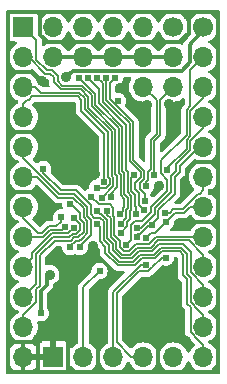
<source format=gbr>
%TF.GenerationSoftware,KiCad,Pcbnew,8.0.5*%
%TF.CreationDate,2025-07-05T09:51:00+01:00*%
%TF.ProjectId,sdrr rev f,73647272-2072-4657-9620-662e6b696361,rev?*%
%TF.SameCoordinates,Original*%
%TF.FileFunction,Copper,L2,Bot*%
%TF.FilePolarity,Positive*%
%FSLAX46Y46*%
G04 Gerber Fmt 4.6, Leading zero omitted, Abs format (unit mm)*
G04 Created by KiCad (PCBNEW 8.0.5) date 2025-07-05 09:51:00*
%MOMM*%
%LPD*%
G01*
G04 APERTURE LIST*
%TA.AperFunction,ComponentPad*%
%ADD10C,1.700000*%
%TD*%
%TA.AperFunction,ComponentPad*%
%ADD11O,1.700000X1.700000*%
%TD*%
%TA.AperFunction,ComponentPad*%
%ADD12R,1.700000X1.700000*%
%TD*%
%TA.AperFunction,ViaPad*%
%ADD13C,0.914400*%
%TD*%
%TA.AperFunction,ViaPad*%
%ADD14C,0.609600*%
%TD*%
%TA.AperFunction,Conductor*%
%ADD15C,0.304800*%
%TD*%
%TA.AperFunction,Conductor*%
%ADD16C,0.152400*%
%TD*%
G04 APERTURE END LIST*
D10*
%TO.P,J2,1,Pin_1*%
%TO.N,BOOT0*%
X114300000Y-31750000D03*
D11*
%TO.P,J2,2,Pin_2*%
%TO.N,+3V3*%
X114300000Y-34290000D03*
%TO.P,J2,3,Pin_3*%
%TO.N,SEL3*%
X111760000Y-31750000D03*
%TO.P,J2,4,Pin_4*%
%TO.N,+3V3*%
X111760000Y-34290000D03*
%TO.P,J2,5,Pin_5*%
%TO.N,SEL2*%
X109220000Y-31750000D03*
%TO.P,J2,6,Pin_6*%
%TO.N,+3V3*%
X109220000Y-34290000D03*
%TO.P,J2,7,Pin_7*%
%TO.N,SEL1*%
X106680000Y-31750000D03*
%TO.P,J2,8,Pin_8*%
%TO.N,+3V3*%
X106680000Y-34290000D03*
%TO.P,J2,9,Pin_9*%
%TO.N,SEL0*%
X104140000Y-31750000D03*
%TO.P,J2,10,Pin_10*%
%TO.N,+3V3*%
X104140000Y-34290000D03*
%TD*%
D12*
%TO.P,U2,1,A7*%
%TO.N,A7*%
X101600000Y-31750000D03*
D11*
%TO.P,U2,2,A6*%
%TO.N,A6*%
X101600000Y-34290000D03*
%TO.P,U2,3,A5*%
%TO.N,A5*%
X101600000Y-36830000D03*
%TO.P,U2,4,A4*%
%TO.N,A4*%
X101600000Y-39370000D03*
%TO.P,U2,5,A3*%
%TO.N,A3*%
X101600000Y-41910000D03*
%TO.P,U2,6,A2*%
%TO.N,A2*%
X101600000Y-44450000D03*
%TO.P,U2,7,A1*%
%TO.N,A1*%
X101600000Y-46990000D03*
%TO.P,U2,8,A0*%
%TO.N,A0*%
X101600000Y-49530000D03*
%TO.P,U2,9,D0*%
%TO.N,D0*%
X101600000Y-52070000D03*
%TO.P,U2,10,D1*%
%TO.N,D1*%
X101600000Y-54610000D03*
%TO.P,U2,11,D2*%
%TO.N,D2*%
X101600000Y-57150000D03*
%TO.P,U2,12,GND*%
%TO.N,GND*%
X101600000Y-59690000D03*
%TO.P,U2,13,D3*%
%TO.N,D3*%
X116840000Y-59690000D03*
%TO.P,U2,14,D4*%
%TO.N,D4*%
X116840000Y-57150000D03*
%TO.P,U2,15,D5*%
%TO.N,D5*%
X116840000Y-54610000D03*
%TO.P,U2,16,D6*%
%TO.N,D6*%
X116840000Y-52070000D03*
%TO.P,U2,17,D7*%
%TO.N,D7*%
X116840000Y-49530000D03*
%TO.P,U2,18,A11*%
%TO.N,A11*%
X116840000Y-46990000D03*
%TO.P,U2,19,A10*%
%TO.N,A10*%
X116840000Y-44450000D03*
%TO.P,U2,20,~{CS}*%
%TO.N,CS1*%
X116840000Y-41910000D03*
%TO.P,U2,21,A12*%
%TO.N,A12*%
X116840000Y-39370000D03*
%TO.P,U2,22,A9*%
%TO.N,A9*%
X116840000Y-36830000D03*
%TO.P,U2,23,A8*%
%TO.N,A8*%
X116840000Y-34290000D03*
D10*
%TO.P,U2,24,VCC*%
%TO.N,+5V*%
X116840000Y-31750000D03*
%TD*%
D11*
%TO.P,J3,1,Pin_1*%
%TO.N,CX1*%
X114300000Y-36830000D03*
%TO.P,J3,2,Pin_2*%
%TO.N,CX2*%
X111760000Y-36830000D03*
%TD*%
D12*
%TO.P,J1,1,Pin_1*%
%TO.N,GND*%
X104140000Y-59690000D03*
D11*
%TO.P,J1,2,Pin_2*%
%TO.N,NRST*%
X106680000Y-59690000D03*
%TO.P,J1,3,Pin_3*%
%TO.N,SWDIO*%
X109220000Y-59690000D03*
%TO.P,J1,4,Pin_4*%
%TO.N,SWCLK*%
X111760000Y-59690000D03*
%TO.P,J1,5,Pin_5*%
%TO.N,+5V*%
X114300000Y-59690000D03*
%TD*%
D13*
%TO.N,GND*%
X109753400Y-36906200D03*
X115366800Y-58343800D03*
X102819200Y-58191400D03*
X103174800Y-36347400D03*
X113919000Y-38303200D03*
X113106200Y-45262800D03*
X107508532Y-50291768D03*
X105061684Y-44493516D03*
X107670600Y-44246800D03*
D14*
X117449600Y-45720000D03*
D13*
X106019600Y-51714400D03*
X110718600Y-58420000D03*
X105587800Y-58420000D03*
X102920800Y-40665400D03*
X112064800Y-38328600D03*
X115576350Y-30784800D03*
%TO.N,+5V*%
X105232200Y-36017200D03*
D14*
%TO.N,NRST*%
X108044680Y-52421903D03*
X110998000Y-44272200D03*
X111150400Y-47618238D03*
%TO.N,SWCLK*%
X113663155Y-51282600D03*
%TO.N,SWDIO*%
X111951178Y-51892200D03*
%TO.N,SEL1*%
X107086403Y-36055584D03*
X109829317Y-48396859D03*
%TO.N,A2*%
X105562400Y-50416400D03*
%TO.N,SEL0*%
X109756301Y-47570191D03*
X106324400Y-36055584D03*
%TO.N,SEL2*%
X107848281Y-36069378D03*
X109829317Y-49158862D03*
%TO.N,BOOT0*%
X109574110Y-37998400D03*
X109372160Y-36055584D03*
X111887000Y-46514926D03*
%TO.N,A0*%
X105105954Y-48700212D03*
%TO.N,A8*%
X110305503Y-50191361D03*
%TO.N,D1*%
X105841799Y-47914643D03*
%TO.N,D4*%
X103280454Y-43775912D03*
%TO.N,CX1*%
X112674400Y-44272200D03*
%TO.N,A11*%
X111981929Y-49606200D03*
X113647535Y-48265266D03*
%TO.N,D2*%
X105579768Y-46744032D03*
%TO.N,A12*%
X111226600Y-48743570D03*
%TO.N,D5*%
X107848400Y-47343671D03*
%TO.N,D6*%
X108677992Y-47329403D03*
%TO.N,A9*%
X113792000Y-43891200D03*
%TO.N,A4*%
X108381800Y-44856400D03*
%TO.N,D3*%
X107848117Y-48439265D03*
%TO.N,A3*%
X106356754Y-50416400D03*
%TO.N,A1*%
X104775000Y-47879000D03*
%TO.N,D7*%
X107323962Y-46117438D03*
%TO.N,A7*%
X108998292Y-46179644D03*
%TO.N,A5*%
X107830005Y-45381919D03*
%TO.N,A10*%
X113564109Y-47507844D03*
%TO.N,CS1*%
X112527901Y-48519901D03*
X111226600Y-49505573D03*
%TO.N,D0*%
X105866917Y-48740000D03*
%TO.N,CX2*%
X111994064Y-45223530D03*
%TO.N,A6*%
X108229400Y-46202600D03*
D13*
%TO.N,Net-(RC5-Pad2)*%
X103809800Y-52737412D03*
D14*
X103059600Y-55981600D03*
%TO.N,SEL3*%
X111831503Y-47276563D03*
X108610157Y-36055584D03*
%TD*%
D15*
%TO.N,GND*%
X107950000Y-60966600D02*
X107950000Y-59080400D01*
X115417600Y-30784800D02*
X115112800Y-30480000D01*
X107950000Y-59080400D02*
X107924600Y-59055000D01*
X115112800Y-30480000D02*
X100482400Y-30480000D01*
X103657400Y-33045400D02*
X103022400Y-32410400D01*
X105384600Y-60966600D02*
X103403400Y-60966600D01*
X107950000Y-60966600D02*
X105384600Y-60966600D01*
X102819200Y-58470800D02*
X102819200Y-59740800D01*
X114808000Y-33045400D02*
X104571800Y-33045400D01*
X118106600Y-43180000D02*
X116281200Y-43180000D01*
X102819200Y-60934600D02*
X102844600Y-60960000D01*
X100409600Y-58420000D02*
X101523800Y-58420000D01*
X100333400Y-58343800D02*
X100333400Y-50774600D01*
X115620800Y-32232600D02*
X114808000Y-33045400D01*
X101600000Y-58496200D02*
X101523800Y-58420000D01*
X103396800Y-60960000D02*
X103403400Y-60966600D01*
X104571800Y-33045400D02*
X103657400Y-33045400D01*
X102768400Y-59690000D02*
X102819200Y-59740800D01*
X102387400Y-35534600D02*
X102870000Y-36017200D01*
X101600000Y-59690000D02*
X101600000Y-58496200D01*
X101600000Y-60960000D02*
X102844600Y-60960000D01*
X118055800Y-48260000D02*
X115951000Y-48260000D01*
X100333400Y-60557000D02*
X100736400Y-60960000D01*
X101600000Y-60960000D02*
X101600000Y-59690000D01*
X100333400Y-45720000D02*
X100333400Y-40640000D01*
X100333400Y-35534600D02*
X100333400Y-40640000D01*
X103022400Y-32410400D02*
X102971600Y-32359600D01*
X100333400Y-30629000D02*
X100333400Y-35534600D01*
X101523800Y-58420000D02*
X102768400Y-58420000D01*
X100333400Y-58343800D02*
X100409600Y-58420000D01*
X105384600Y-60915800D02*
X105410000Y-60941200D01*
X102844600Y-60960000D02*
X103396800Y-60960000D01*
X113030000Y-60966600D02*
X113030000Y-58851800D01*
X102819200Y-59740800D02*
X102819200Y-60934600D01*
X115620800Y-30988000D02*
X115620800Y-32232600D01*
X118106600Y-38074600D02*
X118106600Y-43180000D01*
X109194600Y-60966600D02*
X107950000Y-60966600D01*
X100333400Y-40640000D02*
X102489000Y-40640000D01*
X100333400Y-58343800D02*
X100333400Y-60557000D01*
X118106600Y-60404600D02*
X117544600Y-60966600D01*
X102971600Y-32359600D02*
X102971600Y-30962600D01*
X100333400Y-45720000D02*
X102870000Y-45720000D01*
X118106600Y-30832200D02*
X118106600Y-38074600D01*
X100736400Y-60960000D02*
X101600000Y-60960000D01*
X105410000Y-60941200D02*
X105384600Y-60966600D01*
X101600000Y-59690000D02*
X102768400Y-59690000D01*
X117544600Y-60966600D02*
X115544600Y-60966600D01*
X113030000Y-58801000D02*
X113030000Y-58851800D01*
X100333400Y-35534600D02*
X102387400Y-35534600D01*
X100482400Y-30480000D02*
X100333400Y-30629000D01*
X118106600Y-48209200D02*
X118055800Y-48260000D01*
X117754400Y-30480000D02*
X118106600Y-30832200D01*
X102768400Y-58420000D02*
X102819200Y-58470800D01*
X115417600Y-30759400D02*
X115697000Y-30480000D01*
X100333400Y-50774600D02*
X100333400Y-45720000D01*
X115417600Y-30784800D02*
X115417600Y-30759400D01*
X115697000Y-30480000D02*
X117754400Y-30480000D01*
X118106600Y-48209200D02*
X118106600Y-60404600D01*
X118106600Y-43180000D02*
X118106600Y-45745400D01*
X115951000Y-48260000D02*
X115925600Y-48285400D01*
X105587800Y-58420000D02*
X105384600Y-58623200D01*
X102870000Y-45720000D02*
X103073200Y-45923200D01*
X105384600Y-58623200D02*
X105384600Y-60915800D01*
X118106600Y-45745400D02*
X118106600Y-48209200D01*
X113030000Y-60966600D02*
X109194600Y-60966600D01*
X115417600Y-30784800D02*
X115620800Y-30988000D01*
X115544600Y-60966600D02*
X113030000Y-60966600D01*
%TO.N,+5V*%
X115907734Y-33045400D02*
X116840000Y-32113134D01*
X114985800Y-35444800D02*
X115685200Y-34745400D01*
X114579400Y-35444800D02*
X114985800Y-35444800D01*
X105232200Y-36017200D02*
X105803416Y-35445984D01*
X105803416Y-35445984D02*
X114578216Y-35445984D01*
X114578216Y-35445984D02*
X114579400Y-35444800D01*
X115685200Y-33260400D02*
X115900200Y-33045400D01*
X115685200Y-34745400D02*
X115685200Y-33260400D01*
X115900200Y-33045400D02*
X115907734Y-33045400D01*
X116840000Y-32113134D02*
X116840000Y-31750000D01*
%TO.N,+3V3*%
X109220000Y-34290000D02*
X106680000Y-34290000D01*
X111760000Y-34290000D02*
X114300000Y-34290000D01*
X109220000Y-34290000D02*
X111760000Y-34290000D01*
X106680000Y-34290000D02*
X104140000Y-34290000D01*
D16*
%TO.N,NRST*%
X111048800Y-45947104D02*
X111048800Y-46924912D01*
X110744000Y-45642304D02*
X111048800Y-45947104D01*
X111150400Y-47026512D02*
X111150400Y-47618238D01*
X110998000Y-44272200D02*
X110744000Y-44526200D01*
X106680000Y-53786583D02*
X106680000Y-59690000D01*
X110744000Y-44526200D02*
X110744000Y-45642304D01*
X108044680Y-52421903D02*
X106680000Y-53786583D01*
X111048800Y-46924912D02*
X111150400Y-47026512D01*
%TO.N,SWCLK*%
X111760000Y-59690000D02*
X110745371Y-59690000D01*
X110745371Y-59690000D02*
X109524800Y-58469429D01*
X113663155Y-51282600D02*
X113309400Y-51282600D01*
X111937800Y-52425600D02*
X112172120Y-52425600D01*
X112484578Y-52113142D02*
X112172120Y-52425600D01*
X109524800Y-54312718D02*
X111411918Y-52425600D01*
X109524800Y-58469429D02*
X109524800Y-54312718D01*
X111411918Y-52425600D02*
X111937800Y-52425600D01*
X113309400Y-51282600D02*
X112484578Y-52107422D01*
X112484578Y-52107422D02*
X112484578Y-52113142D01*
%TO.N,SWDIO*%
X109220000Y-59690000D02*
X109220000Y-54186466D01*
X109220000Y-54186466D02*
X111514266Y-51892200D01*
X111514266Y-51892200D02*
X111951178Y-51892200D01*
%TO.N,SEL1*%
X107086403Y-36055584D02*
X107086403Y-36061842D01*
X110312200Y-47244748D02*
X110312200Y-47913976D01*
X107086403Y-36061842D02*
X108000557Y-36975996D01*
X109980578Y-40185118D02*
X109980578Y-43976628D01*
X110439200Y-47117748D02*
X110312200Y-47244748D01*
X110134400Y-45894808D02*
X110439200Y-46199608D01*
X109980578Y-43976628D02*
X110134400Y-44130450D01*
X110312200Y-47913976D02*
X109829317Y-48396859D01*
X110439200Y-46199608D02*
X110439200Y-47117748D01*
X108000557Y-38205097D02*
X109980578Y-40185118D01*
X108000557Y-36975996D02*
X108000557Y-38205097D01*
X110134400Y-44130450D02*
X110134400Y-45894808D01*
%TO.N,A2*%
X106518911Y-49704452D02*
X106635881Y-49587481D01*
X106705400Y-47879000D02*
X106705400Y-47115322D01*
X106340327Y-49883036D02*
X106518911Y-49704452D01*
X106705400Y-47115322D02*
X105792678Y-46202600D01*
X102769148Y-44450000D02*
X101600000Y-44450000D01*
X105792678Y-46202600D02*
X104521748Y-46202600D01*
X104521748Y-46202600D02*
X102769148Y-44450000D01*
X106017037Y-49883036D02*
X106340327Y-49883036D01*
X107009917Y-48183517D02*
X106705400Y-47879000D01*
X105562400Y-50337673D02*
X106017037Y-49883036D01*
X106635881Y-49587481D02*
X107009917Y-49213446D01*
X105562400Y-50416400D02*
X105562400Y-50337673D01*
X107009917Y-49213446D02*
X107009917Y-48183517D01*
%TO.N,SEL0*%
X107695757Y-38331349D02*
X109675778Y-40311370D01*
X106324400Y-36055584D02*
X107695757Y-37426941D01*
X110134400Y-46325860D02*
X110134400Y-46991496D01*
X110007400Y-47118496D02*
X110007400Y-47319092D01*
X109829600Y-44256702D02*
X109829600Y-46021060D01*
X109675778Y-40311370D02*
X109675778Y-44102880D01*
X109675778Y-44102880D02*
X109829600Y-44256702D01*
X107695757Y-37426941D02*
X107695757Y-38331349D01*
X110134400Y-46991496D02*
X110007400Y-47118496D01*
X110007400Y-47319092D02*
X109756301Y-47570191D01*
X109829600Y-46021060D02*
X110134400Y-46325860D01*
%TO.N,SEL2*%
X110744000Y-46073356D02*
X110744000Y-47244000D01*
X110744000Y-47244000D02*
X110617000Y-47371000D01*
X109317118Y-39090606D02*
X109321606Y-39090606D01*
X110439200Y-45768556D02*
X110744000Y-46073356D01*
X110617000Y-48040228D02*
X110362717Y-48294511D01*
X109321606Y-39090606D02*
X110285378Y-40054378D01*
X110439200Y-44004198D02*
X110439200Y-45768556D01*
X108305357Y-36526454D02*
X108305357Y-38078845D01*
X110285378Y-40054378D02*
X110285378Y-43850376D01*
X108305357Y-38078845D02*
X109317118Y-39090606D01*
X110362717Y-48625462D02*
X109829317Y-49158862D01*
X110362717Y-48294511D02*
X110362717Y-48625462D01*
X110285378Y-43850376D02*
X110439200Y-44004198D01*
X110617000Y-47371000D02*
X110617000Y-48040228D01*
X107848281Y-36069378D02*
X108305357Y-36526454D01*
%TO.N,BOOT0*%
X108914957Y-36512787D02*
X108914957Y-37821853D01*
X111836200Y-44627052D02*
X111460664Y-45002588D01*
X109574110Y-37999890D02*
X109333552Y-38240448D01*
X109574110Y-37998400D02*
X109574110Y-37999890D01*
X108914957Y-37821853D02*
X109333552Y-38240448D01*
X109333552Y-38240448D02*
X110894978Y-39801874D01*
X110894978Y-42983784D02*
X111836200Y-43925006D01*
X111460664Y-45496864D02*
X111887000Y-45923200D01*
X111460664Y-45002588D02*
X111460664Y-45496864D01*
X111887000Y-45923200D02*
X111887000Y-46514926D01*
X110894978Y-39801874D02*
X110894978Y-42983784D01*
X111836200Y-43925006D02*
X111836200Y-44627052D01*
X109372160Y-36055584D02*
X108914957Y-36512787D01*
%TO.N,A0*%
X104877354Y-48928812D02*
X103854432Y-48928812D01*
X103253244Y-49530000D02*
X101600000Y-49530000D01*
X103854432Y-48928812D02*
X103253244Y-49530000D01*
X105105954Y-48700212D02*
X104877354Y-48928812D01*
%TO.N,A8*%
X115722400Y-38481748D02*
X115722400Y-35407600D01*
X110693200Y-49803664D02*
X110693200Y-48522628D01*
X113792000Y-44678600D02*
X113258600Y-44145200D01*
X110693200Y-48522628D02*
X111015014Y-48200814D01*
X115417600Y-40895496D02*
X115417600Y-38786548D01*
X111015014Y-48200814D02*
X111661594Y-48200814D01*
X113792000Y-45619896D02*
X113792000Y-44678600D01*
X113258600Y-43054496D02*
X115417600Y-40895496D01*
X110305503Y-50191361D02*
X110693200Y-49803664D01*
X115417600Y-38786548D02*
X115722400Y-38481748D01*
X113258600Y-44145200D02*
X113258600Y-43054496D01*
X112420400Y-47442008D02*
X112420400Y-46991496D01*
X115722400Y-35407600D02*
X116840000Y-34290000D01*
X112420400Y-46991496D02*
X113792000Y-45619896D01*
X111661594Y-48200814D02*
X112420400Y-47442008D01*
%TO.N,D1*%
X105841799Y-47914643D02*
X106400317Y-48473161D01*
X104106936Y-49538412D02*
X102678600Y-50966748D01*
X105764569Y-49273400D02*
X105499557Y-49538412D01*
X106400317Y-48960942D02*
X106087859Y-49273400D01*
X106087859Y-49273400D02*
X105764569Y-49273400D01*
X106400317Y-48473161D02*
X106400317Y-48960942D01*
X105499557Y-49538412D02*
X104106936Y-49538412D01*
X102678600Y-53531400D02*
X101600000Y-54610000D01*
X102678600Y-50966748D02*
X102678600Y-53531400D01*
%TO.N,D4*%
X109705805Y-51639161D02*
X110905201Y-51639161D01*
X103280454Y-44099202D02*
X104774252Y-45593000D01*
X104774252Y-45593000D02*
X106045182Y-45593000D01*
X114959652Y-50444400D02*
X115456600Y-50941348D01*
X110905201Y-51639161D02*
X111490362Y-51054000D01*
X108839000Y-50772356D02*
X109705805Y-51639161D01*
X116840000Y-56134000D02*
X116840000Y-57150000D01*
X115761400Y-52971852D02*
X115761400Y-55056771D01*
X112621356Y-51054000D02*
X113230956Y-50444400D01*
X107315000Y-46862818D02*
X107315000Y-47626496D01*
X106045182Y-45593000D02*
X107315000Y-46862818D01*
X116393229Y-55688600D02*
X116394600Y-55688600D01*
X108381517Y-48218323D02*
X108381517Y-49781473D01*
X111490362Y-51054000D02*
X112621356Y-51054000D01*
X107592904Y-47904400D02*
X108067594Y-47904400D01*
X115456600Y-52667052D02*
X115761400Y-52971852D01*
X108067594Y-47904400D02*
X108381517Y-48218323D01*
X108839000Y-50238956D02*
X108839000Y-50772356D01*
X113230956Y-50444400D02*
X114959652Y-50444400D01*
X108381517Y-49781473D02*
X108839000Y-50238956D01*
X103280454Y-43775912D02*
X103280454Y-44099202D01*
X107315000Y-47626496D02*
X107592904Y-47904400D01*
X115456600Y-50941348D02*
X115456600Y-52667052D01*
X115761400Y-55056771D02*
X116393229Y-55688600D01*
X116394600Y-55688600D02*
X116840000Y-56134000D01*
%TO.N,CX1*%
X112674400Y-44272200D02*
X112674956Y-44271644D01*
X112674956Y-41424674D02*
X113182400Y-40917230D01*
X112674956Y-44271644D02*
X112674956Y-41424674D01*
X113182400Y-40917230D02*
X113182400Y-37947600D01*
X113182400Y-37947600D02*
X114300000Y-36830000D01*
%TO.N,A11*%
X115206581Y-47480419D02*
X115697000Y-46990000D01*
X112413729Y-49174400D02*
X111981929Y-49606200D01*
X113647535Y-48265266D02*
X114432382Y-47480419D01*
X112738401Y-49174400D02*
X112413729Y-49174400D01*
X113647535Y-48265266D02*
X112738401Y-49174400D01*
X114432382Y-47480419D02*
X115206581Y-47480419D01*
X115697000Y-46990000D02*
X116840000Y-46990000D01*
%TO.N,D2*%
X102678600Y-53962451D02*
X102678600Y-55056771D01*
X105890821Y-49578200D02*
X105625809Y-49843212D01*
X105579768Y-46744032D02*
X105595832Y-46744032D01*
X102983400Y-51093000D02*
X102983400Y-53657652D01*
X106375200Y-47523400D02*
X106375200Y-48016992D01*
X106705117Y-49087194D02*
X106214111Y-49578200D01*
X105625809Y-49843212D02*
X104233188Y-49843212D01*
X106214111Y-49578200D02*
X105890821Y-49578200D01*
X102678600Y-55056771D02*
X101600000Y-56135371D01*
X105595832Y-46744032D02*
X106375200Y-47523400D01*
X101600000Y-56135371D02*
X101600000Y-57150000D01*
X106375200Y-48016992D02*
X106705117Y-48346909D01*
X102983399Y-53657652D02*
X102678600Y-53962451D01*
X102983400Y-53657652D02*
X102983399Y-53657652D01*
X104233188Y-49843212D02*
X102983400Y-51093000D01*
X106705117Y-48346909D02*
X106705117Y-49087194D01*
%TO.N,A12*%
X111549890Y-48743570D02*
X112725909Y-47567551D01*
X114528600Y-43383948D02*
X115722400Y-42190148D01*
X114096800Y-45746148D02*
X114096800Y-44373800D01*
X115722400Y-41452800D02*
X116840000Y-40335200D01*
X112725909Y-47567551D02*
X112725909Y-47117000D01*
X112725909Y-47117000D02*
X112725948Y-47117000D01*
X114096800Y-44373800D02*
X114528600Y-43942000D01*
X111226600Y-48743570D02*
X111549890Y-48743570D01*
X115722400Y-42190148D02*
X115722400Y-41452800D01*
X114528600Y-43942000D02*
X114528600Y-43383948D01*
X112725948Y-47117000D02*
X114096800Y-45746148D01*
X116840000Y-40335200D02*
X116840000Y-39370000D01*
%TO.N,D5*%
X112495104Y-50749200D02*
X111364110Y-50749200D01*
X116840000Y-53619400D02*
X115761400Y-52540800D01*
X108686317Y-48092071D02*
X108193846Y-47599600D01*
X115761400Y-52540800D02*
X115761400Y-50815096D01*
X113104704Y-50139600D02*
X112495104Y-50749200D01*
X109832057Y-51334361D02*
X109143800Y-50646104D01*
X108193846Y-47599600D02*
X108104329Y-47599600D01*
X116840000Y-54610000D02*
X116840000Y-53619400D01*
X108686317Y-49655221D02*
X108686317Y-48092071D01*
X111364110Y-50749200D02*
X110778949Y-51334361D01*
X109143800Y-50646104D02*
X109143800Y-50112704D01*
X115761400Y-50815096D02*
X115085904Y-50139600D01*
X115085904Y-50139600D02*
X113104704Y-50139600D01*
X108104329Y-47599600D02*
X107848400Y-47343671D01*
X110778949Y-51334361D02*
X109832057Y-51334361D01*
X109143800Y-50112704D02*
X108686317Y-49655221D01*
%TO.N,D6*%
X109958309Y-51029561D02*
X109448600Y-50519852D01*
X108661200Y-47635902D02*
X108661200Y-47346195D01*
X115619429Y-49834800D02*
X112978452Y-49834800D01*
X108991117Y-47965819D02*
X108661200Y-47635902D01*
X112978452Y-49834800D02*
X112368852Y-50444400D01*
X108661200Y-47346195D02*
X108677992Y-47329403D01*
X116840000Y-52070000D02*
X116840000Y-51055371D01*
X109448600Y-50519852D02*
X109448600Y-49986452D01*
X116840000Y-51055371D02*
X115619429Y-49834800D01*
X108991117Y-49528969D02*
X108991117Y-47965819D01*
X112368852Y-50444400D02*
X111237858Y-50444400D01*
X110652697Y-51029561D02*
X109958309Y-51029561D01*
X111237858Y-50444400D02*
X110652697Y-51029561D01*
X109448600Y-49986452D02*
X108991117Y-49528969D01*
%TO.N,A9*%
X115417600Y-42063896D02*
X115417600Y-41326548D01*
X115722400Y-41021748D02*
X115722400Y-38912800D01*
X116840000Y-37795200D02*
X116840000Y-36830000D01*
X115417600Y-41326548D02*
X115722400Y-41021748D01*
X113792000Y-43689496D02*
X115417600Y-42063896D01*
X113792000Y-43891200D02*
X113792000Y-43689496D01*
X115722400Y-38912800D02*
X116840000Y-37795200D01*
%TO.N,A4*%
X106187408Y-37642800D02*
X102336600Y-37642800D01*
X102336600Y-37642800D02*
X102031800Y-37947600D01*
X102031800Y-37947600D02*
X101930200Y-37947600D01*
X101600000Y-38277800D02*
X101600000Y-39370000D01*
X101930200Y-37947600D02*
X101600000Y-38277800D01*
X106476557Y-38836357D02*
X106476557Y-37931949D01*
X108456578Y-44781622D02*
X108456578Y-40816378D01*
X108381800Y-44856400D02*
X108456578Y-44781622D01*
X106476557Y-37931949D02*
X106187408Y-37642800D01*
X108456578Y-40816378D02*
X106476557Y-38836357D01*
%TO.N,D3*%
X109579553Y-51943961D02*
X111031453Y-51943961D01*
X111031453Y-51943961D02*
X111616614Y-51358800D01*
X115151800Y-52793304D02*
X115456600Y-53098104D01*
X112747608Y-51358800D02*
X113357208Y-50749200D01*
X116840000Y-58674000D02*
X116840000Y-59690000D01*
X108534200Y-50898608D02*
X109579553Y-51943961D01*
X107848117Y-48439265D02*
X108076717Y-48667865D01*
X115151800Y-51067600D02*
X115151800Y-52793304D01*
X108076717Y-48667865D02*
X108076717Y-49907725D01*
X116393229Y-58228600D02*
X116394600Y-58228600D01*
X115747800Y-57583171D02*
X116393229Y-58228600D01*
X114833400Y-50749200D02*
X115151800Y-51067600D01*
X116394600Y-58228600D02*
X116840000Y-58674000D01*
X113357208Y-50749200D02*
X114833400Y-50749200D01*
X108076717Y-49907725D02*
X108534200Y-50365208D01*
X115456600Y-55183023D02*
X115747800Y-55474223D01*
X108534200Y-50365208D02*
X108534200Y-50898608D01*
X115456600Y-53098104D02*
X115456600Y-55183023D01*
X111616614Y-51358800D02*
X112747608Y-51358800D01*
X115747800Y-55474223D02*
X115747800Y-57583171D01*
%TO.N,A3*%
X107314717Y-48057265D02*
X107010200Y-47752748D01*
X107314717Y-49339698D02*
X107314717Y-48057265D01*
X104648000Y-45897800D02*
X101600000Y-42849800D01*
X106356754Y-50416400D02*
X106356754Y-50297661D01*
X107010200Y-47752748D02*
X107010200Y-46989070D01*
X105918930Y-45897800D02*
X104648000Y-45897800D01*
X101600000Y-42849800D02*
X101600000Y-41910000D01*
X106356754Y-50297661D02*
X107314717Y-49339698D01*
X107010200Y-46989070D02*
X105918930Y-45897800D01*
%TO.N,A1*%
X103152392Y-49199800D02*
X102844600Y-49199800D01*
X104775000Y-48234600D02*
X104385588Y-48624012D01*
X101600000Y-47955200D02*
X101600000Y-46990000D01*
X104385588Y-48624012D02*
X103728180Y-48624012D01*
X102844600Y-49199800D02*
X101600000Y-47955200D01*
X103728180Y-48624012D02*
X103152392Y-49199800D01*
X104775000Y-47879000D02*
X104775000Y-48234600D01*
%TO.N,D7*%
X110526445Y-50724761D02*
X111111606Y-50139600D01*
X109753400Y-49860200D02*
X109753400Y-50393600D01*
X108889731Y-46786800D02*
X109220000Y-47117069D01*
X109295917Y-47839567D02*
X109295917Y-49402717D01*
X109295917Y-49402717D02*
X109753400Y-49860200D01*
X107993324Y-46786800D02*
X108889731Y-46786800D01*
X112242600Y-50139600D02*
X112852200Y-49530000D01*
X109753400Y-50393600D02*
X110084561Y-50724761D01*
X110084561Y-50724761D02*
X110526445Y-50724761D01*
X109220000Y-47117069D02*
X109220000Y-47763650D01*
X109220000Y-47763650D02*
X109295917Y-47839567D01*
X112852200Y-49530000D02*
X116840000Y-49530000D01*
X107323962Y-46117438D02*
X107993324Y-46786800D01*
X111111606Y-50139600D02*
X112242600Y-50139600D01*
%TO.N,A7*%
X107390957Y-38457601D02*
X107390957Y-37553193D01*
X107390957Y-37553193D02*
X106566164Y-36728400D01*
X104000300Y-35394900D02*
X103568500Y-35394900D01*
X109524800Y-44382954D02*
X109370978Y-44229132D01*
X103568500Y-35394900D02*
X102692200Y-34518600D01*
X109524800Y-45329846D02*
X109524800Y-44382954D01*
X104902000Y-36728400D02*
X104495600Y-36322000D01*
X108998292Y-45856354D02*
X109524800Y-45329846D01*
X102692200Y-32842200D02*
X101600000Y-31750000D01*
X104495600Y-35890200D02*
X104000300Y-35394900D01*
X109370978Y-40437622D02*
X107390957Y-38457601D01*
X102692200Y-34518600D02*
X102692200Y-32842200D01*
X108998292Y-46179644D02*
X108998292Y-45856354D01*
X109370978Y-44229132D02*
X109370978Y-40437622D01*
X104495600Y-36322000D02*
X104495600Y-35890200D01*
X106566164Y-36728400D02*
X104902000Y-36728400D01*
%TO.N,A5*%
X108761378Y-44481636D02*
X108761378Y-40690126D01*
X107830005Y-45381919D02*
X107837886Y-45389800D01*
X106781357Y-37805697D02*
X106313660Y-37338000D01*
X106313660Y-37338000D02*
X103124000Y-37338000D01*
X108761378Y-40690126D02*
X106781357Y-38710105D01*
X106781357Y-38710105D02*
X106781357Y-37805697D01*
X103124000Y-37338000D02*
X102616000Y-36830000D01*
X108915200Y-45077342D02*
X108915200Y-44635458D01*
X102616000Y-36830000D02*
X101600000Y-36830000D01*
X107837886Y-45389800D02*
X108602742Y-45389800D01*
X108602742Y-45389800D02*
X108915200Y-45077342D01*
X108915200Y-44635458D02*
X108761378Y-44481636D01*
%TO.N,A10*%
X116840000Y-45593000D02*
X116521600Y-45911400D01*
X113973905Y-47507844D02*
X113564109Y-47507844D01*
X116344548Y-45911400D02*
X115080329Y-47175619D01*
X116521600Y-45911400D02*
X116344548Y-45911400D01*
X116840000Y-44450000D02*
X116840000Y-45593000D01*
X115080329Y-47175619D02*
X114306130Y-47175619D01*
X114306130Y-47175619D02*
X113973905Y-47507844D01*
%TO.N,CS1*%
X114833400Y-44068252D02*
X114833400Y-43510200D01*
X114833400Y-43510200D02*
X116433600Y-41910000D01*
X114401600Y-44500052D02*
X114833400Y-44068252D01*
X112527901Y-48402079D02*
X113030709Y-47899271D01*
X111447542Y-49276970D02*
X111226600Y-49276970D01*
X111226600Y-49276970D02*
X111226600Y-49505573D01*
X114401600Y-45872400D02*
X114401600Y-44500052D01*
X113030709Y-47899271D02*
X113030709Y-47243291D01*
X112204611Y-48519901D02*
X111447542Y-49276970D01*
X113030709Y-47243291D02*
X114401600Y-45872400D01*
X116433600Y-41910000D02*
X116840000Y-41910000D01*
X112527901Y-48519901D02*
X112204611Y-48519901D01*
X112527901Y-48519901D02*
X112527901Y-48402079D01*
%TO.N,D0*%
X102336600Y-50877696D02*
X102336600Y-51333400D01*
X102336600Y-51333400D02*
X101600000Y-52070000D01*
X105373305Y-49233612D02*
X103980684Y-49233612D01*
X105866917Y-48740000D02*
X105373305Y-49233612D01*
X103980684Y-49233612D02*
X102336600Y-50877696D01*
%TO.N,CX2*%
X112141000Y-44754800D02*
X112141000Y-44051258D01*
X111994064Y-45223530D02*
X111994064Y-44901736D01*
X112141000Y-44051258D02*
X112370156Y-43822102D01*
X111994064Y-44901736D02*
X112141000Y-44754800D01*
X112877600Y-40790978D02*
X112877600Y-37947600D01*
X112877600Y-37947600D02*
X111760000Y-36830000D01*
X112370156Y-43822102D02*
X112370156Y-41298422D01*
X112370156Y-41298422D02*
X112877600Y-40790978D01*
%TO.N,A6*%
X104190800Y-36448252D02*
X104190800Y-36016452D01*
X102032548Y-34290000D02*
X101600000Y-34290000D01*
X103874048Y-35699700D02*
X103442248Y-35699700D01*
X107086157Y-38583853D02*
X107086157Y-37679445D01*
X103442248Y-35699700D02*
X102032548Y-34290000D01*
X109066178Y-44355384D02*
X109066178Y-40563874D01*
X109220000Y-45203594D02*
X109220000Y-44509206D01*
X107086157Y-37679445D02*
X106439912Y-37033200D01*
X109220000Y-44509206D02*
X109066178Y-44355384D01*
X106439912Y-37033200D02*
X104775748Y-37033200D01*
X104775748Y-37033200D02*
X104190800Y-36448252D01*
X108229400Y-46202600D02*
X108229400Y-46194194D01*
X104190800Y-36016452D02*
X103874048Y-35699700D01*
X109066178Y-40563874D02*
X107086157Y-38583853D01*
X108229400Y-46194194D02*
X109220000Y-45203594D01*
D15*
%TO.N,Net-(RC5-Pad2)*%
X103059600Y-54120267D02*
X103577767Y-53602100D01*
X103577767Y-53602100D02*
X103577767Y-52969445D01*
X103059600Y-55981600D02*
X103059600Y-54120267D01*
X103577767Y-52969445D02*
X103809800Y-52737412D01*
D16*
%TO.N,SEL3*%
X108610157Y-36055584D02*
X108610157Y-37952593D01*
X109443370Y-38785806D02*
X109447858Y-38785806D01*
X111353600Y-46798660D02*
X111831503Y-47276563D01*
X111531400Y-44051258D02*
X111531400Y-44500800D01*
X111048800Y-45516052D02*
X111353600Y-45820852D01*
X111048800Y-44983400D02*
X111048800Y-45516052D01*
X111353600Y-45820852D02*
X111353600Y-46798660D01*
X111531400Y-44500800D02*
X111048800Y-44983400D01*
X108610157Y-37952593D02*
X109443370Y-38785806D01*
X109447858Y-38785806D02*
X110590178Y-39928126D01*
X110590178Y-43110036D02*
X111531400Y-44051258D01*
X110590178Y-39928126D02*
X110590178Y-43110036D01*
%TD*%
%TA.AperFunction,Conductor*%
%TO.N,GND*%
G36*
X100361206Y-60253741D02*
G01*
X100392888Y-60295715D01*
X100426396Y-60367571D01*
X100426400Y-60367579D01*
X100561886Y-60561073D01*
X100561893Y-60561082D01*
X100728917Y-60728106D01*
X100728926Y-60728113D01*
X100922420Y-60863599D01*
X100922422Y-60863600D01*
X100986531Y-60893495D01*
X101039816Y-60940412D01*
X101059277Y-61008690D01*
X101038735Y-61076650D01*
X100984712Y-61122715D01*
X100933281Y-61133690D01*
X100291611Y-61133690D01*
X100267024Y-61131268D01*
X100256263Y-61129127D01*
X100193355Y-61096217D01*
X100158226Y-61034520D01*
X100157271Y-61030130D01*
X100155121Y-61019321D01*
X100152700Y-60994738D01*
X100152700Y-60986795D01*
X100152701Y-60952346D01*
X100152700Y-60952342D01*
X100152700Y-60942205D01*
X100152698Y-60942191D01*
X100152694Y-60348964D01*
X100172696Y-60280846D01*
X100226351Y-60234353D01*
X100296625Y-60224248D01*
X100361206Y-60253741D01*
G37*
%TD.AperFunction*%
%TA.AperFunction,Conductor*%
G36*
X102724449Y-60578905D02*
G01*
X102781285Y-60621452D01*
X102798473Y-60652928D01*
X102846648Y-60782090D01*
X102932810Y-60897189D01*
X102945679Y-60906822D01*
X102988226Y-60963658D01*
X102993290Y-61034473D01*
X102959265Y-61096786D01*
X102896953Y-61130811D01*
X102870170Y-61133690D01*
X102266719Y-61133690D01*
X102198598Y-61113688D01*
X102152105Y-61060032D01*
X102142001Y-60989758D01*
X102171495Y-60925178D01*
X102213469Y-60893495D01*
X102277577Y-60863600D01*
X102277579Y-60863599D01*
X102471073Y-60728113D01*
X102471076Y-60728111D01*
X102591321Y-60607866D01*
X102653633Y-60573841D01*
X102724449Y-60578905D01*
G37*
%TD.AperFunction*%
%TA.AperFunction,Conductor*%
G36*
X105698512Y-60441955D02*
G01*
X105719214Y-60464910D01*
X105733008Y-60484611D01*
X105733010Y-60484613D01*
X105733013Y-60484617D01*
X105885383Y-60636987D01*
X106061898Y-60760584D01*
X106257193Y-60851652D01*
X106376888Y-60883724D01*
X106385319Y-60885983D01*
X106445942Y-60922935D01*
X106476963Y-60986795D01*
X106468535Y-61057290D01*
X106423332Y-61112037D01*
X106355707Y-61133654D01*
X106352708Y-61133690D01*
X105409830Y-61133690D01*
X105341709Y-61113688D01*
X105295216Y-61060032D01*
X105285112Y-60989758D01*
X105314606Y-60925178D01*
X105334321Y-60906822D01*
X105347189Y-60897189D01*
X105433352Y-60782089D01*
X105483599Y-60647371D01*
X105489999Y-60587840D01*
X105490000Y-60587823D01*
X105490000Y-60537179D01*
X105510002Y-60469058D01*
X105563658Y-60422565D01*
X105633932Y-60412461D01*
X105698512Y-60441955D01*
G37*
%TD.AperFunction*%
%TA.AperFunction,Conductor*%
G36*
X108018960Y-60073141D02*
G01*
X108064194Y-60125343D01*
X108149416Y-60308102D01*
X108273013Y-60484617D01*
X108425383Y-60636987D01*
X108601898Y-60760584D01*
X108797193Y-60851652D01*
X108916888Y-60883724D01*
X108925319Y-60885983D01*
X108985942Y-60922935D01*
X109016963Y-60986795D01*
X109008535Y-61057290D01*
X108963332Y-61112037D01*
X108895707Y-61133654D01*
X108892708Y-61133690D01*
X107007292Y-61133690D01*
X106939171Y-61113688D01*
X106892678Y-61060032D01*
X106882574Y-60989758D01*
X106912068Y-60925178D01*
X106971794Y-60886794D01*
X106974681Y-60885983D01*
X106980427Y-60884443D01*
X107102807Y-60851652D01*
X107298102Y-60760584D01*
X107474617Y-60636987D01*
X107626987Y-60484617D01*
X107750584Y-60308102D01*
X107835805Y-60125344D01*
X107882722Y-60072060D01*
X107951000Y-60052599D01*
X108018960Y-60073141D01*
G37*
%TD.AperFunction*%
%TA.AperFunction,Conductor*%
G36*
X110539052Y-60099388D02*
G01*
X110575858Y-60120638D01*
X110574222Y-60123471D01*
X110617556Y-60158352D01*
X110628290Y-60177018D01*
X110689416Y-60308102D01*
X110813013Y-60484617D01*
X110965383Y-60636987D01*
X111141898Y-60760584D01*
X111337193Y-60851652D01*
X111456888Y-60883724D01*
X111465319Y-60885983D01*
X111525942Y-60922935D01*
X111556963Y-60986795D01*
X111548535Y-61057290D01*
X111503332Y-61112037D01*
X111435707Y-61133654D01*
X111432708Y-61133690D01*
X109547292Y-61133690D01*
X109479171Y-61113688D01*
X109432678Y-61060032D01*
X109422574Y-60989758D01*
X109452068Y-60925178D01*
X109511794Y-60886794D01*
X109514681Y-60885983D01*
X109520427Y-60884443D01*
X109642807Y-60851652D01*
X109838102Y-60760584D01*
X110014617Y-60636987D01*
X110166987Y-60484617D01*
X110290584Y-60308102D01*
X110361857Y-60155256D01*
X110408774Y-60101972D01*
X110477052Y-60082511D01*
X110539052Y-60099388D01*
G37*
%TD.AperFunction*%
%TA.AperFunction,Conductor*%
G36*
X113098960Y-60073141D02*
G01*
X113144194Y-60125343D01*
X113229416Y-60308102D01*
X113353013Y-60484617D01*
X113505383Y-60636987D01*
X113681898Y-60760584D01*
X113877193Y-60851652D01*
X113996888Y-60883724D01*
X114005319Y-60885983D01*
X114065942Y-60922935D01*
X114096963Y-60986795D01*
X114088535Y-61057290D01*
X114043332Y-61112037D01*
X113975707Y-61133654D01*
X113972708Y-61133690D01*
X112087292Y-61133690D01*
X112019171Y-61113688D01*
X111972678Y-61060032D01*
X111962574Y-60989758D01*
X111992068Y-60925178D01*
X112051794Y-60886794D01*
X112054681Y-60885983D01*
X112060427Y-60884443D01*
X112182807Y-60851652D01*
X112378102Y-60760584D01*
X112554617Y-60636987D01*
X112706987Y-60484617D01*
X112830584Y-60308102D01*
X112915805Y-60125344D01*
X112962722Y-60072060D01*
X113031000Y-60052599D01*
X113098960Y-60073141D01*
G37*
%TD.AperFunction*%
%TA.AperFunction,Conductor*%
G36*
X115638960Y-60073141D02*
G01*
X115684194Y-60125343D01*
X115769416Y-60308102D01*
X115893013Y-60484617D01*
X116045383Y-60636987D01*
X116221898Y-60760584D01*
X116417193Y-60851652D01*
X116536888Y-60883724D01*
X116545319Y-60885983D01*
X116605942Y-60922935D01*
X116636963Y-60986795D01*
X116628535Y-61057290D01*
X116583332Y-61112037D01*
X116515707Y-61133654D01*
X116512708Y-61133690D01*
X114627292Y-61133690D01*
X114559171Y-61113688D01*
X114512678Y-61060032D01*
X114502574Y-60989758D01*
X114532068Y-60925178D01*
X114591794Y-60886794D01*
X114594681Y-60885983D01*
X114600427Y-60884443D01*
X114722807Y-60851652D01*
X114918102Y-60760584D01*
X115094617Y-60636987D01*
X115246987Y-60484617D01*
X115370584Y-60308102D01*
X115455805Y-60125344D01*
X115502722Y-60072060D01*
X115571000Y-60052599D01*
X115638960Y-60073141D01*
G37*
%TD.AperFunction*%
%TA.AperFunction,Conductor*%
G36*
X118210900Y-59887992D02*
G01*
X118265647Y-59933195D01*
X118287264Y-60000820D01*
X118287300Y-60003819D01*
X118287300Y-60944612D01*
X118287299Y-60944630D01*
X118287299Y-60994789D01*
X118284878Y-61019369D01*
X118282736Y-61030138D01*
X118249829Y-61093048D01*
X118188134Y-61128181D01*
X118183751Y-61129134D01*
X118173022Y-61131268D01*
X118148442Y-61133690D01*
X117167292Y-61133690D01*
X117099171Y-61113688D01*
X117052678Y-61060032D01*
X117042574Y-60989758D01*
X117072068Y-60925178D01*
X117131794Y-60886794D01*
X117134681Y-60885983D01*
X117140427Y-60884443D01*
X117262807Y-60851652D01*
X117458102Y-60760584D01*
X117634617Y-60636987D01*
X117786987Y-60484617D01*
X117910584Y-60308102D01*
X118001652Y-60112807D01*
X118039593Y-59971207D01*
X118076545Y-59910585D01*
X118140405Y-59879564D01*
X118210900Y-59887992D01*
G37*
%TD.AperFunction*%
%TA.AperFunction,Conductor*%
G36*
X103674075Y-59497007D02*
G01*
X103640000Y-59624174D01*
X103640000Y-59755826D01*
X103674075Y-59882993D01*
X103706988Y-59940000D01*
X102033012Y-59940000D01*
X102065925Y-59882993D01*
X102100000Y-59755826D01*
X102100000Y-59624174D01*
X102065925Y-59497007D01*
X102033012Y-59440000D01*
X103706988Y-59440000D01*
X103674075Y-59497007D01*
G37*
%TD.AperFunction*%
%TA.AperFunction,Conductor*%
G36*
X118210900Y-57347992D02*
G01*
X118265647Y-57393195D01*
X118287264Y-57460820D01*
X118287300Y-57463819D01*
X118287300Y-59376180D01*
X118267298Y-59444301D01*
X118213642Y-59490794D01*
X118143368Y-59500898D01*
X118078788Y-59471404D01*
X118040404Y-59411678D01*
X118039593Y-59408791D01*
X118017784Y-59327400D01*
X118001652Y-59267193D01*
X117910584Y-59071898D01*
X117786987Y-58895383D01*
X117634617Y-58743013D01*
X117627833Y-58738263D01*
X117458102Y-58619416D01*
X117327722Y-58558618D01*
X117274437Y-58511700D01*
X117270684Y-58504457D01*
X117270636Y-58504486D01*
X117266508Y-58497336D01*
X117266508Y-58497335D01*
X117250009Y-58468758D01*
X117233273Y-58399765D01*
X117256494Y-58332673D01*
X117305878Y-58291567D01*
X117458102Y-58220584D01*
X117634617Y-58096987D01*
X117786987Y-57944617D01*
X117910584Y-57768102D01*
X118001652Y-57572807D01*
X118039593Y-57431207D01*
X118076545Y-57370585D01*
X118140405Y-57339564D01*
X118210900Y-57347992D01*
G37*
%TD.AperFunction*%
%TA.AperFunction,Conductor*%
G36*
X107538285Y-49867581D02*
G01*
X107595121Y-49910128D01*
X107615580Y-49960354D01*
X107616879Y-49960006D01*
X107650208Y-50084390D01*
X107650209Y-50084393D01*
X107710463Y-50188756D01*
X107710468Y-50188762D01*
X108039595Y-50517888D01*
X108073620Y-50580201D01*
X108076500Y-50606984D01*
X108076500Y-50958869D01*
X108107691Y-51075273D01*
X108107692Y-51075276D01*
X108167946Y-51179639D01*
X108167954Y-51179649D01*
X108744486Y-51756180D01*
X109298518Y-52310212D01*
X109358772Y-52344998D01*
X109358774Y-52345000D01*
X109402882Y-52370466D01*
X109402884Y-52370467D01*
X109402888Y-52370469D01*
X109402891Y-52370469D01*
X109402894Y-52370471D01*
X109492198Y-52394400D01*
X109519296Y-52401661D01*
X110053329Y-52401661D01*
X110121450Y-52421663D01*
X110167943Y-52475319D01*
X110178047Y-52545593D01*
X110148553Y-52610173D01*
X110142424Y-52616756D01*
X108853754Y-53905424D01*
X108853746Y-53905434D01*
X108793493Y-54009795D01*
X108769427Y-54099614D01*
X108769426Y-54099617D01*
X108762300Y-54126208D01*
X108762300Y-58464347D01*
X108742298Y-58532468D01*
X108689551Y-58578541D01*
X108601905Y-58619412D01*
X108601897Y-58619416D01*
X108425391Y-58743006D01*
X108425380Y-58743015D01*
X108273015Y-58895380D01*
X108273010Y-58895386D01*
X108149416Y-59071897D01*
X108064195Y-59254654D01*
X108017277Y-59307939D01*
X107949000Y-59327400D01*
X107881040Y-59306858D01*
X107835805Y-59254654D01*
X107780711Y-59136506D01*
X107750584Y-59071898D01*
X107626987Y-58895383D01*
X107474617Y-58743013D01*
X107474613Y-58743010D01*
X107474608Y-58743006D01*
X107298102Y-58619416D01*
X107298094Y-58619412D01*
X107210449Y-58578541D01*
X107157164Y-58531624D01*
X107137700Y-58464347D01*
X107137700Y-54028359D01*
X107157702Y-53960238D01*
X107174605Y-53939264D01*
X107968761Y-53145108D01*
X108031073Y-53111082D01*
X108057856Y-53108203D01*
X108128009Y-53108203D01*
X108128012Y-53108203D01*
X108289833Y-53068318D01*
X108437406Y-52990865D01*
X108562156Y-52880347D01*
X108656832Y-52743185D01*
X108715932Y-52587352D01*
X108715932Y-52587351D01*
X108715933Y-52587349D01*
X108736021Y-52421906D01*
X108736021Y-52421899D01*
X108715933Y-52256456D01*
X108660656Y-52110704D01*
X108656832Y-52100621D01*
X108656830Y-52100619D01*
X108656830Y-52100617D01*
X108592262Y-52007075D01*
X108562156Y-51963459D01*
X108530446Y-51935367D01*
X108437406Y-51852941D01*
X108289833Y-51775488D01*
X108289831Y-51775487D01*
X108128013Y-51735603D01*
X108128012Y-51735603D01*
X107961348Y-51735603D01*
X107961346Y-51735603D01*
X107799528Y-51775487D01*
X107799526Y-51775488D01*
X107651953Y-51852941D01*
X107527205Y-51963457D01*
X107527203Y-51963460D01*
X107432529Y-52100617D01*
X107373426Y-52256456D01*
X107352491Y-52428882D01*
X107324424Y-52494096D01*
X107316505Y-52502790D01*
X106313754Y-53505541D01*
X106313746Y-53505551D01*
X106253493Y-53609912D01*
X106234335Y-53681415D01*
X106234334Y-53681417D01*
X106222300Y-53726324D01*
X106222300Y-58464347D01*
X106202298Y-58532468D01*
X106149551Y-58578541D01*
X106061905Y-58619412D01*
X106061897Y-58619416D01*
X105885391Y-58743006D01*
X105885380Y-58743015D01*
X105733015Y-58895380D01*
X105733010Y-58895386D01*
X105719213Y-58915091D01*
X105663755Y-58959419D01*
X105593136Y-58966728D01*
X105529776Y-58934697D01*
X105493791Y-58873496D01*
X105490000Y-58842820D01*
X105490000Y-58792176D01*
X105489999Y-58792159D01*
X105483599Y-58732628D01*
X105433352Y-58597910D01*
X105347189Y-58482810D01*
X105232089Y-58396647D01*
X105097371Y-58346400D01*
X105037840Y-58340000D01*
X104390000Y-58340000D01*
X104390000Y-59256988D01*
X104332993Y-59224075D01*
X104205826Y-59190000D01*
X104074174Y-59190000D01*
X103947007Y-59224075D01*
X103890000Y-59256988D01*
X103890000Y-58340000D01*
X103242159Y-58340000D01*
X103182628Y-58346400D01*
X103047910Y-58396647D01*
X102932810Y-58482810D01*
X102846648Y-58597909D01*
X102798473Y-58727072D01*
X102755926Y-58783907D01*
X102689405Y-58808718D01*
X102620031Y-58793626D01*
X102591321Y-58772134D01*
X102471076Y-58651888D01*
X102471073Y-58651886D01*
X102277579Y-58516400D01*
X102277576Y-58516399D01*
X102175542Y-58468819D01*
X102122257Y-58421901D01*
X102102796Y-58353624D01*
X102123338Y-58285664D01*
X102175540Y-58240430D01*
X102218102Y-58220584D01*
X102394617Y-58096987D01*
X102546987Y-57944617D01*
X102670584Y-57768102D01*
X102761652Y-57572807D01*
X102817423Y-57364665D01*
X102836204Y-57150000D01*
X102817423Y-56935335D01*
X102784657Y-56813049D01*
X102786347Y-56742076D01*
X102826141Y-56683280D01*
X102891405Y-56655332D01*
X102936519Y-56658103D01*
X102952055Y-56661932D01*
X102976268Y-56667900D01*
X102976271Y-56667900D01*
X103142929Y-56667900D01*
X103142932Y-56667900D01*
X103304753Y-56628015D01*
X103452326Y-56550562D01*
X103577076Y-56440044D01*
X103671752Y-56302882D01*
X103730852Y-56147049D01*
X103730852Y-56147048D01*
X103730853Y-56147046D01*
X103750941Y-55981603D01*
X103750941Y-55981596D01*
X103730853Y-55816153D01*
X103679438Y-55680584D01*
X103671752Y-55660318D01*
X103671750Y-55660316D01*
X103671750Y-55660314D01*
X103615804Y-55579262D01*
X103593568Y-55511837D01*
X103593500Y-55507686D01*
X103593500Y-54393605D01*
X103613502Y-54325484D01*
X103630400Y-54304514D01*
X104004993Y-53929922D01*
X104075283Y-53808178D01*
X104111667Y-53672389D01*
X104111667Y-53602909D01*
X104131669Y-53534788D01*
X104185325Y-53488295D01*
X104186419Y-53487802D01*
X104231460Y-53467749D01*
X104374091Y-53364121D01*
X104492060Y-53233103D01*
X104580211Y-53080421D01*
X104582188Y-53074339D01*
X104616098Y-52969972D01*
X104634691Y-52912748D01*
X104653120Y-52737412D01*
X104634691Y-52562076D01*
X104612185Y-52492809D01*
X104580213Y-52394407D01*
X104580209Y-52394400D01*
X104580080Y-52394177D01*
X104546007Y-52335161D01*
X104492061Y-52241722D01*
X104492059Y-52241720D01*
X104374093Y-52110704D01*
X104231460Y-52007075D01*
X104070400Y-51935367D01*
X103897951Y-51898712D01*
X103721649Y-51898712D01*
X103721647Y-51898712D01*
X103593296Y-51925993D01*
X103522505Y-51920590D01*
X103465873Y-51877773D01*
X103441380Y-51811136D01*
X103441100Y-51802746D01*
X103441100Y-51334776D01*
X103461102Y-51266655D01*
X103478005Y-51245681D01*
X104385869Y-50337817D01*
X104448181Y-50303791D01*
X104474964Y-50300912D01*
X104745410Y-50300912D01*
X104813531Y-50320914D01*
X104860024Y-50374570D01*
X104870491Y-50411725D01*
X104891146Y-50581846D01*
X104950249Y-50737685D01*
X105044923Y-50874842D01*
X105044925Y-50874845D01*
X105057356Y-50885858D01*
X105169674Y-50985362D01*
X105317247Y-51062815D01*
X105479068Y-51102700D01*
X105479071Y-51102700D01*
X105645729Y-51102700D01*
X105645732Y-51102700D01*
X105807553Y-51062815D01*
X105901023Y-51013757D01*
X105970634Y-50999811D01*
X106018129Y-51013757D01*
X106111601Y-51062815D01*
X106273422Y-51102700D01*
X106273425Y-51102700D01*
X106440083Y-51102700D01*
X106440086Y-51102700D01*
X106601907Y-51062815D01*
X106749480Y-50985362D01*
X106874230Y-50874844D01*
X106968906Y-50737682D01*
X107028006Y-50581849D01*
X107028006Y-50581848D01*
X107028007Y-50581846D01*
X107048095Y-50416402D01*
X107048095Y-50416397D01*
X107037863Y-50332134D01*
X107049508Y-50262099D01*
X107073849Y-50227851D01*
X107217310Y-50084390D01*
X107405159Y-49896541D01*
X107467470Y-49862516D01*
X107538285Y-49867581D01*
G37*
%TD.AperFunction*%
%TA.AperFunction,Conductor*%
G36*
X114636221Y-51226902D02*
G01*
X114682714Y-51280558D01*
X114694100Y-51332900D01*
X114694100Y-52853565D01*
X114725291Y-52969969D01*
X114725292Y-52969972D01*
X114785546Y-53074335D01*
X114785548Y-53074337D01*
X114785549Y-53074339D01*
X114961996Y-53250786D01*
X114996020Y-53313096D01*
X114998900Y-53339880D01*
X114998900Y-55243284D01*
X115030091Y-55359688D01*
X115030092Y-55359691D01*
X115090346Y-55464054D01*
X115090348Y-55464056D01*
X115090349Y-55464058D01*
X115253196Y-55626905D01*
X115287220Y-55689215D01*
X115290100Y-55715999D01*
X115290100Y-57643432D01*
X115321291Y-57759836D01*
X115321292Y-57759839D01*
X115381546Y-57864202D01*
X115381554Y-57864212D01*
X116065642Y-58548300D01*
X116099668Y-58610612D01*
X116094603Y-58681427D01*
X116052056Y-58738263D01*
X116048823Y-58740604D01*
X116045385Y-58743011D01*
X116045380Y-58743015D01*
X115893010Y-58895386D01*
X115769416Y-59071897D01*
X115684195Y-59254654D01*
X115637277Y-59307939D01*
X115569000Y-59327400D01*
X115501040Y-59306858D01*
X115455805Y-59254654D01*
X115400711Y-59136506D01*
X115370584Y-59071898D01*
X115246987Y-58895383D01*
X115094617Y-58743013D01*
X115087833Y-58738263D01*
X114918102Y-58619416D01*
X114722809Y-58528349D01*
X114722804Y-58528347D01*
X114514668Y-58472577D01*
X114300000Y-58453796D01*
X114085331Y-58472577D01*
X113877195Y-58528347D01*
X113877190Y-58528349D01*
X113681897Y-58619416D01*
X113505386Y-58743010D01*
X113505380Y-58743015D01*
X113353015Y-58895380D01*
X113353010Y-58895386D01*
X113229416Y-59071897D01*
X113144195Y-59254654D01*
X113097277Y-59307939D01*
X113029000Y-59327400D01*
X112961040Y-59306858D01*
X112915805Y-59254654D01*
X112860711Y-59136506D01*
X112830584Y-59071898D01*
X112706987Y-58895383D01*
X112554617Y-58743013D01*
X112547833Y-58738263D01*
X112378102Y-58619416D01*
X112182809Y-58528349D01*
X112182804Y-58528347D01*
X111974668Y-58472577D01*
X111760000Y-58453796D01*
X111545331Y-58472577D01*
X111337195Y-58528347D01*
X111337190Y-58528349D01*
X111141897Y-58619416D01*
X110965386Y-58743010D01*
X110813011Y-58895384D01*
X110813008Y-58895388D01*
X110810603Y-58898823D01*
X110755144Y-58943149D01*
X110684524Y-58950454D01*
X110621165Y-58918420D01*
X110618299Y-58915642D01*
X110019405Y-58316748D01*
X109985379Y-58254436D01*
X109982500Y-58227653D01*
X109982500Y-54554494D01*
X110002502Y-54486373D01*
X110019405Y-54465399D01*
X111564599Y-52920205D01*
X111626911Y-52886179D01*
X111653694Y-52883300D01*
X112232378Y-52883300D01*
X112348786Y-52852108D01*
X112453155Y-52791851D01*
X112850829Y-52394177D01*
X112850831Y-52394173D01*
X112855858Y-52387623D01*
X112855958Y-52387699D01*
X112870371Y-52368913D01*
X113282290Y-51956994D01*
X113344600Y-51922970D01*
X113410480Y-51927682D01*
X113410602Y-51927191D01*
X113413458Y-51927895D01*
X113415415Y-51928035D01*
X113416076Y-51928284D01*
X113417999Y-51929013D01*
X113418002Y-51929015D01*
X113579823Y-51968900D01*
X113579826Y-51968900D01*
X113746484Y-51968900D01*
X113746487Y-51968900D01*
X113908308Y-51929015D01*
X114055881Y-51851562D01*
X114180631Y-51741044D01*
X114275307Y-51603882D01*
X114334407Y-51448049D01*
X114334407Y-51448048D01*
X114334408Y-51448046D01*
X114350233Y-51317713D01*
X114378300Y-51252500D01*
X114437168Y-51212813D01*
X114475314Y-51206900D01*
X114568100Y-51206900D01*
X114636221Y-51226902D01*
G37*
%TD.AperFunction*%
%TA.AperFunction,Conductor*%
G36*
X100361187Y-57368501D02*
G01*
X100399571Y-57428227D01*
X100400382Y-57431115D01*
X100438348Y-57572807D01*
X100529416Y-57768102D01*
X100653013Y-57944617D01*
X100805383Y-58096987D01*
X100981898Y-58220584D01*
X101024456Y-58240429D01*
X101077741Y-58287345D01*
X101097203Y-58355622D01*
X101076662Y-58423582D01*
X101024458Y-58468818D01*
X100922423Y-58516398D01*
X100728925Y-58651887D01*
X100728919Y-58651892D01*
X100561892Y-58818919D01*
X100561887Y-58818925D01*
X100426399Y-59012421D01*
X100392879Y-59084305D01*
X100345961Y-59137589D01*
X100277684Y-59157049D01*
X100209724Y-59136506D01*
X100163659Y-59082483D01*
X100152685Y-59031057D01*
X100152675Y-57463726D01*
X100172677Y-57395606D01*
X100226332Y-57349113D01*
X100296606Y-57339008D01*
X100361187Y-57368501D01*
G37*
%TD.AperFunction*%
%TA.AperFunction,Conductor*%
G36*
X118210900Y-54807992D02*
G01*
X118265647Y-54853195D01*
X118287264Y-54920820D01*
X118287300Y-54923819D01*
X118287300Y-56836180D01*
X118267298Y-56904301D01*
X118213642Y-56950794D01*
X118143368Y-56960898D01*
X118078788Y-56931404D01*
X118040404Y-56871678D01*
X118039593Y-56868791D01*
X118024658Y-56813053D01*
X118001652Y-56727193D01*
X117910584Y-56531898D01*
X117786987Y-56355383D01*
X117634617Y-56203013D01*
X117458102Y-56079416D01*
X117327722Y-56018618D01*
X117274437Y-55971700D01*
X117270684Y-55964457D01*
X117270636Y-55964486D01*
X117266508Y-55957336D01*
X117266508Y-55957335D01*
X117250009Y-55928758D01*
X117233273Y-55859765D01*
X117256494Y-55792673D01*
X117305878Y-55751567D01*
X117458102Y-55680584D01*
X117634617Y-55556987D01*
X117786987Y-55404617D01*
X117910584Y-55228102D01*
X118001652Y-55032807D01*
X118039593Y-54891207D01*
X118076545Y-54830585D01*
X118140405Y-54799564D01*
X118210900Y-54807992D01*
G37*
%TD.AperFunction*%
%TA.AperFunction,Conductor*%
G36*
X100361169Y-54828436D02*
G01*
X100399553Y-54888162D01*
X100400364Y-54891049D01*
X100438348Y-55032807D01*
X100438349Y-55032809D01*
X100529416Y-55228102D01*
X100621555Y-55359691D01*
X100653013Y-55404617D01*
X100805383Y-55556987D01*
X100981898Y-55680584D01*
X101134119Y-55751566D01*
X101134743Y-55751857D01*
X101188028Y-55798774D01*
X101207489Y-55867052D01*
X101190613Y-55929049D01*
X101173492Y-55958705D01*
X101173491Y-55958706D01*
X101169364Y-55965856D01*
X101166554Y-55964233D01*
X101131505Y-56007654D01*
X101112981Y-56018289D01*
X100981899Y-56079414D01*
X100805386Y-56203010D01*
X100805380Y-56203015D01*
X100653015Y-56355380D01*
X100653010Y-56355386D01*
X100529416Y-56531897D01*
X100438349Y-56727190D01*
X100438344Y-56727203D01*
X100400376Y-56868901D01*
X100363425Y-56929523D01*
X100299564Y-56960545D01*
X100229069Y-56952116D01*
X100174323Y-56906912D01*
X100152706Y-56839287D01*
X100152670Y-56836356D01*
X100152657Y-54923659D01*
X100172659Y-54855541D01*
X100226314Y-54809048D01*
X100296588Y-54798943D01*
X100361169Y-54828436D01*
G37*
%TD.AperFunction*%
%TA.AperFunction,Conductor*%
G36*
X118210900Y-52267992D02*
G01*
X118265647Y-52313195D01*
X118287264Y-52380820D01*
X118287300Y-52383819D01*
X118287300Y-54296180D01*
X118267298Y-54364301D01*
X118213642Y-54410794D01*
X118143368Y-54420898D01*
X118078788Y-54391404D01*
X118040404Y-54331678D01*
X118039593Y-54328791D01*
X118027284Y-54282854D01*
X118001652Y-54187193D01*
X117910584Y-53991898D01*
X117786987Y-53815383D01*
X117634617Y-53663013D01*
X117634613Y-53663010D01*
X117458100Y-53539414D01*
X117308310Y-53469565D01*
X117255026Y-53422648D01*
X117252443Y-53418372D01*
X117238458Y-53394150D01*
X117221719Y-53325155D01*
X117244938Y-53258063D01*
X117294324Y-53216954D01*
X117458102Y-53140584D01*
X117634617Y-53016987D01*
X117786987Y-52864617D01*
X117910584Y-52688102D01*
X118001652Y-52492807D01*
X118039593Y-52351207D01*
X118076545Y-52290585D01*
X118140405Y-52259564D01*
X118210900Y-52267992D01*
G37*
%TD.AperFunction*%
%TA.AperFunction,Conductor*%
G36*
X100361152Y-52288371D02*
G01*
X100399536Y-52348097D01*
X100400347Y-52350985D01*
X100438347Y-52492804D01*
X100438349Y-52492809D01*
X100529416Y-52688102D01*
X100602057Y-52791845D01*
X100653013Y-52864617D01*
X100805383Y-53016987D01*
X100981898Y-53140584D01*
X101145673Y-53216954D01*
X101164654Y-53225805D01*
X101217939Y-53272723D01*
X101237400Y-53341000D01*
X101216858Y-53408960D01*
X101164654Y-53454195D01*
X100981897Y-53539416D01*
X100805386Y-53663010D01*
X100805380Y-53663015D01*
X100653015Y-53815380D01*
X100653010Y-53815386D01*
X100529416Y-53991897D01*
X100438349Y-54187190D01*
X100438348Y-54187192D01*
X100400360Y-54328966D01*
X100363408Y-54389588D01*
X100299547Y-54420610D01*
X100229053Y-54412181D01*
X100174306Y-54366978D01*
X100152689Y-54299352D01*
X100152653Y-54296355D01*
X100152652Y-54187195D01*
X100152640Y-52383596D01*
X100172642Y-52315476D01*
X100226297Y-52268983D01*
X100296571Y-52258878D01*
X100361152Y-52288371D01*
G37*
%TD.AperFunction*%
%TA.AperFunction,Conductor*%
G36*
X118210900Y-49727992D02*
G01*
X118265647Y-49773195D01*
X118287264Y-49840820D01*
X118287300Y-49843819D01*
X118287300Y-51756180D01*
X118267298Y-51824301D01*
X118213642Y-51870794D01*
X118143368Y-51880898D01*
X118078788Y-51851404D01*
X118040404Y-51791678D01*
X118039593Y-51788791D01*
X118025341Y-51735603D01*
X118001652Y-51647193D01*
X117910584Y-51451898D01*
X117786987Y-51275383D01*
X117634617Y-51123013D01*
X117566441Y-51075276D01*
X117458102Y-50999416D01*
X117327019Y-50938291D01*
X117273734Y-50891374D01*
X117270823Y-50885751D01*
X117270638Y-50885858D01*
X117249388Y-50849052D01*
X117232650Y-50780057D01*
X117255870Y-50712965D01*
X117305257Y-50671857D01*
X117458102Y-50600584D01*
X117634617Y-50476987D01*
X117786987Y-50324617D01*
X117910584Y-50148102D01*
X118001652Y-49952807D01*
X118039593Y-49811207D01*
X118076545Y-49750585D01*
X118140405Y-49719564D01*
X118210900Y-49727992D01*
G37*
%TD.AperFunction*%
%TA.AperFunction,Conductor*%
G36*
X100361134Y-49748306D02*
G01*
X100399518Y-49808032D01*
X100400329Y-49810919D01*
X100438348Y-49952807D01*
X100438349Y-49952809D01*
X100529416Y-50148102D01*
X100636414Y-50300912D01*
X100653013Y-50324617D01*
X100805383Y-50476987D01*
X100981898Y-50600584D01*
X101134743Y-50671857D01*
X101164654Y-50685805D01*
X101217939Y-50732723D01*
X101237400Y-50801000D01*
X101216858Y-50868960D01*
X101164654Y-50914195D01*
X100981897Y-50999416D01*
X100805386Y-51123010D01*
X100805380Y-51123015D01*
X100653015Y-51275380D01*
X100653010Y-51275386D01*
X100529416Y-51451897D01*
X100438349Y-51647190D01*
X100438344Y-51647203D01*
X100400341Y-51789031D01*
X100363390Y-51849653D01*
X100299529Y-51880675D01*
X100229034Y-51872245D01*
X100174288Y-51827042D01*
X100152671Y-51759417D01*
X100152635Y-51756501D01*
X100152622Y-49843529D01*
X100172624Y-49775411D01*
X100226279Y-49728918D01*
X100296553Y-49718813D01*
X100361134Y-49748306D01*
G37*
%TD.AperFunction*%
%TA.AperFunction,Conductor*%
G36*
X118210900Y-47187992D02*
G01*
X118265647Y-47233195D01*
X118287264Y-47300820D01*
X118287300Y-47303819D01*
X118287300Y-49216180D01*
X118267298Y-49284301D01*
X118213642Y-49330794D01*
X118143368Y-49340898D01*
X118078788Y-49311404D01*
X118040404Y-49251678D01*
X118039593Y-49248791D01*
X118027284Y-49202854D01*
X118001652Y-49107193D01*
X117910584Y-48911898D01*
X117786987Y-48735383D01*
X117634617Y-48583013D01*
X117458102Y-48459416D01*
X117275344Y-48374194D01*
X117222060Y-48327278D01*
X117202599Y-48259000D01*
X117223141Y-48191040D01*
X117275343Y-48145805D01*
X117458102Y-48060584D01*
X117634617Y-47936987D01*
X117786987Y-47784617D01*
X117910584Y-47608102D01*
X118001652Y-47412807D01*
X118039593Y-47271207D01*
X118076545Y-47210585D01*
X118140405Y-47179564D01*
X118210900Y-47187992D01*
G37*
%TD.AperFunction*%
%TA.AperFunction,Conductor*%
G36*
X100361117Y-47208241D02*
G01*
X100399501Y-47267967D01*
X100400312Y-47270855D01*
X100435659Y-47402773D01*
X100438348Y-47412807D01*
X100441962Y-47420557D01*
X100529416Y-47608102D01*
X100603253Y-47713553D01*
X100653013Y-47784617D01*
X100805383Y-47936987D01*
X100981898Y-48060584D01*
X101056046Y-48095160D01*
X101151754Y-48139790D01*
X101205039Y-48186708D01*
X101207619Y-48190977D01*
X101213092Y-48200455D01*
X101229835Y-48269450D01*
X101206619Y-48336543D01*
X101157227Y-48377658D01*
X100981897Y-48459416D01*
X100805386Y-48583010D01*
X100805380Y-48583015D01*
X100653015Y-48735380D01*
X100653010Y-48735386D01*
X100529416Y-48911897D01*
X100438349Y-49107190D01*
X100438348Y-49107192D01*
X100400325Y-49249096D01*
X100363373Y-49309718D01*
X100299512Y-49340740D01*
X100229018Y-49332311D01*
X100174271Y-49287108D01*
X100152654Y-49219482D01*
X100152618Y-49216532D01*
X100152605Y-47303465D01*
X100172607Y-47235346D01*
X100226262Y-47188853D01*
X100296536Y-47178748D01*
X100361117Y-47208241D01*
G37*
%TD.AperFunction*%
%TA.AperFunction,Conductor*%
G36*
X115778558Y-47659893D02*
G01*
X115835394Y-47702439D01*
X115837739Y-47705678D01*
X115893010Y-47784613D01*
X115893013Y-47784617D01*
X116045383Y-47936987D01*
X116221898Y-48060584D01*
X116325413Y-48108854D01*
X116404654Y-48145805D01*
X116457939Y-48192723D01*
X116477400Y-48261000D01*
X116456858Y-48328960D01*
X116404654Y-48374195D01*
X116221897Y-48459416D01*
X116045386Y-48583010D01*
X116045380Y-48583015D01*
X115893015Y-48735380D01*
X115893010Y-48735386D01*
X115769416Y-48911897D01*
X115728543Y-48999550D01*
X115681626Y-49052835D01*
X115614348Y-49072300D01*
X114097854Y-49072300D01*
X114029733Y-49052298D01*
X113983240Y-48998642D01*
X113973136Y-48928368D01*
X114002630Y-48863788D01*
X114034162Y-48838802D01*
X114033992Y-48838555D01*
X114037732Y-48835973D01*
X114039295Y-48834734D01*
X114040261Y-48834228D01*
X114165011Y-48723710D01*
X114259687Y-48586548D01*
X114318787Y-48430715D01*
X114318787Y-48430714D01*
X114318788Y-48430712D01*
X114333131Y-48312577D01*
X114338876Y-48265266D01*
X114338875Y-48265263D01*
X114339723Y-48258285D01*
X114367789Y-48193072D01*
X114375697Y-48184388D01*
X114585064Y-47975023D01*
X114647376Y-47940998D01*
X114674159Y-47938119D01*
X115266839Y-47938119D01*
X115383247Y-47906927D01*
X115487616Y-47846670D01*
X115645433Y-47688852D01*
X115707742Y-47654829D01*
X115778558Y-47659893D01*
G37*
%TD.AperFunction*%
%TA.AperFunction,Conductor*%
G36*
X102802466Y-45130692D02*
G01*
X102805337Y-45133475D01*
X104240707Y-46568845D01*
X104240711Y-46568848D01*
X104240714Y-46568851D01*
X104240715Y-46568852D01*
X104240717Y-46568853D01*
X104345080Y-46629107D01*
X104345083Y-46629108D01*
X104461491Y-46660300D01*
X104582006Y-46660300D01*
X104766634Y-46660300D01*
X104834755Y-46680302D01*
X104881248Y-46733958D01*
X104891715Y-46771113D01*
X104908514Y-46909478D01*
X104931748Y-46970739D01*
X104951197Y-47022021D01*
X104956651Y-47092806D01*
X104922969Y-47155304D01*
X104860845Y-47189671D01*
X104833385Y-47192700D01*
X104691666Y-47192700D01*
X104529848Y-47232584D01*
X104529846Y-47232585D01*
X104382273Y-47310038D01*
X104257525Y-47420554D01*
X104257523Y-47420557D01*
X104162849Y-47557714D01*
X104103746Y-47713553D01*
X104083659Y-47878996D01*
X104083659Y-47879003D01*
X104101401Y-48025125D01*
X104089756Y-48095160D01*
X104042096Y-48147781D01*
X103976320Y-48166312D01*
X103667923Y-48166312D01*
X103625314Y-48177729D01*
X103582705Y-48189146D01*
X103582704Y-48189145D01*
X103551513Y-48197503D01*
X103551511Y-48197504D01*
X103447148Y-48257758D01*
X103447142Y-48257763D01*
X103087590Y-48617315D01*
X103025278Y-48651340D01*
X102954462Y-48646275D01*
X102909400Y-48617314D01*
X102400940Y-48108854D01*
X102366914Y-48046542D01*
X102371979Y-47975727D01*
X102400940Y-47930664D01*
X102452608Y-47878996D01*
X102546987Y-47784617D01*
X102670584Y-47608102D01*
X102761652Y-47412807D01*
X102817423Y-47204665D01*
X102836204Y-46990000D01*
X102817423Y-46775335D01*
X102761652Y-46567193D01*
X102670584Y-46371898D01*
X102546987Y-46195383D01*
X102394617Y-46043013D01*
X102218102Y-45919416D01*
X102035344Y-45834194D01*
X101982060Y-45787278D01*
X101962599Y-45719000D01*
X101983141Y-45651040D01*
X102035343Y-45605805D01*
X102218102Y-45520584D01*
X102394617Y-45396987D01*
X102546987Y-45244617D01*
X102601691Y-45166492D01*
X102613029Y-45150300D01*
X102668486Y-45105971D01*
X102739105Y-45098662D01*
X102802466Y-45130692D01*
G37*
%TD.AperFunction*%
%TA.AperFunction,Conductor*%
G36*
X118210900Y-44647992D02*
G01*
X118265647Y-44693195D01*
X118287264Y-44760820D01*
X118287300Y-44763819D01*
X118287300Y-46676180D01*
X118267298Y-46744301D01*
X118213642Y-46790794D01*
X118143368Y-46800898D01*
X118078788Y-46771404D01*
X118040404Y-46711678D01*
X118039593Y-46708791D01*
X118018242Y-46629108D01*
X118001652Y-46567193D01*
X117910584Y-46371898D01*
X117786987Y-46195383D01*
X117634617Y-46043013D01*
X117458102Y-45919416D01*
X117347940Y-45868046D01*
X117294655Y-45821128D01*
X117275194Y-45752851D01*
X117279484Y-45721239D01*
X117299838Y-45645280D01*
X117302994Y-45646125D01*
X117325502Y-45595221D01*
X117368468Y-45562381D01*
X117398288Y-45548476D01*
X117458102Y-45520584D01*
X117634617Y-45396987D01*
X117786987Y-45244617D01*
X117910584Y-45068102D01*
X118001652Y-44872807D01*
X118039593Y-44731207D01*
X118076545Y-44670585D01*
X118140405Y-44639564D01*
X118210900Y-44647992D01*
G37*
%TD.AperFunction*%
%TA.AperFunction,Conductor*%
G36*
X100361100Y-44668176D02*
G01*
X100399484Y-44727902D01*
X100400295Y-44730790D01*
X100437109Y-44868185D01*
X100438348Y-44872807D01*
X100484447Y-44971666D01*
X100529416Y-45068102D01*
X100653006Y-45244608D01*
X100653013Y-45244617D01*
X100805383Y-45396987D01*
X100981898Y-45520584D01*
X101071532Y-45562381D01*
X101164654Y-45605805D01*
X101217939Y-45652723D01*
X101237400Y-45721000D01*
X101216858Y-45788960D01*
X101164654Y-45834195D01*
X100981897Y-45919416D01*
X100805386Y-46043010D01*
X100805380Y-46043015D01*
X100653015Y-46195380D01*
X100653010Y-46195386D01*
X100529416Y-46371897D01*
X100438349Y-46567190D01*
X100438347Y-46567195D01*
X100400308Y-46709160D01*
X100363356Y-46769783D01*
X100299495Y-46800804D01*
X100229001Y-46792376D01*
X100174254Y-46747173D01*
X100152637Y-46679547D01*
X100152601Y-46676550D01*
X100152597Y-46158184D01*
X100152588Y-44763401D01*
X100172590Y-44695281D01*
X100226245Y-44648788D01*
X100296519Y-44638683D01*
X100361100Y-44668176D01*
G37*
%TD.AperFunction*%
%TA.AperFunction,Conductor*%
G36*
X116155811Y-42939239D02*
G01*
X116184050Y-42954082D01*
X116221898Y-42980584D01*
X116383710Y-43056038D01*
X116404654Y-43065805D01*
X116457939Y-43112723D01*
X116477400Y-43181000D01*
X116456858Y-43248960D01*
X116404654Y-43294195D01*
X116221897Y-43379416D01*
X116045386Y-43503010D01*
X116045380Y-43503015D01*
X115893015Y-43655380D01*
X115893010Y-43655386D01*
X115769416Y-43831897D01*
X115678349Y-44027190D01*
X115678347Y-44027195D01*
X115622577Y-44235331D01*
X115603796Y-44450000D01*
X115622577Y-44664668D01*
X115678347Y-44872804D01*
X115678348Y-44872807D01*
X115724447Y-44971666D01*
X115769416Y-45068102D01*
X115893010Y-45244613D01*
X115893015Y-45244619D01*
X116039434Y-45391038D01*
X116073460Y-45453350D01*
X116068395Y-45524165D01*
X116039434Y-45569228D01*
X114927648Y-46681014D01*
X114865336Y-46715040D01*
X114838553Y-46717919D01*
X114507556Y-46717919D01*
X114439435Y-46697917D01*
X114392942Y-46644261D01*
X114382838Y-46573987D01*
X114412332Y-46509407D01*
X114418461Y-46502823D01*
X114457869Y-46463415D01*
X114767851Y-46153434D01*
X114828108Y-46049065D01*
X114859300Y-45932657D01*
X114859300Y-45812142D01*
X114859300Y-44741828D01*
X114879302Y-44673707D01*
X114896200Y-44652737D01*
X115199651Y-44349287D01*
X115241452Y-44276884D01*
X115259908Y-44244917D01*
X115291100Y-44128509D01*
X115291100Y-43751975D01*
X115311102Y-43683854D01*
X115328000Y-43662884D01*
X116022685Y-42968198D01*
X116084996Y-42934175D01*
X116155811Y-42939239D01*
G37*
%TD.AperFunction*%
%TA.AperFunction,Conductor*%
G36*
X113240317Y-44786132D02*
G01*
X113278333Y-44812219D01*
X113297395Y-44831281D01*
X113331421Y-44893593D01*
X113334300Y-44920376D01*
X113334300Y-45378118D01*
X113314298Y-45446239D01*
X113297395Y-45467214D01*
X112635384Y-46129224D01*
X112573072Y-46163249D01*
X112502256Y-46158184D01*
X112445421Y-46115637D01*
X112442593Y-46111704D01*
X112404476Y-46056482D01*
X112387145Y-46041128D01*
X112349421Y-45980983D01*
X112344700Y-45946817D01*
X112344700Y-45886488D01*
X112364702Y-45818367D01*
X112387144Y-45792178D01*
X112511540Y-45681974D01*
X112606216Y-45544812D01*
X112665316Y-45388979D01*
X112665316Y-45388978D01*
X112665317Y-45388976D01*
X112685405Y-45223533D01*
X112685405Y-45223526D01*
X112669717Y-45094322D01*
X112681362Y-45024287D01*
X112729022Y-44971666D01*
X112764645Y-44956796D01*
X112919549Y-44918616D01*
X112919549Y-44918615D01*
X112919553Y-44918615D01*
X113067126Y-44841162D01*
X113105686Y-44807001D01*
X113169937Y-44776801D01*
X113240317Y-44786132D01*
G37*
%TD.AperFunction*%
%TA.AperFunction,Conductor*%
G36*
X105960978Y-38120502D02*
G01*
X106007471Y-38174158D01*
X106018857Y-38226500D01*
X106018857Y-38896618D01*
X106050048Y-39013022D01*
X106050049Y-39013025D01*
X106110303Y-39117388D01*
X106110305Y-39117390D01*
X106110306Y-39117392D01*
X107961974Y-40969059D01*
X107995998Y-41031370D01*
X107998878Y-41058153D01*
X107998878Y-44222044D01*
X107978876Y-44290165D01*
X107956431Y-44316357D01*
X107864325Y-44397954D01*
X107864323Y-44397957D01*
X107769649Y-44535114D01*
X107728320Y-44644089D01*
X107685461Y-44700690D01*
X107640664Y-44721746D01*
X107584858Y-44735501D01*
X107584851Y-44735504D01*
X107437278Y-44812957D01*
X107312530Y-44923473D01*
X107312528Y-44923476D01*
X107217854Y-45060633D01*
X107158751Y-45216472D01*
X107139153Y-45377887D01*
X107111086Y-45443100D01*
X107072628Y-45474267D01*
X106931235Y-45548476D01*
X106869799Y-45602903D01*
X106805546Y-45633102D01*
X106735165Y-45623770D01*
X106697154Y-45597686D01*
X106326217Y-45226749D01*
X106326215Y-45226748D01*
X106326213Y-45226746D01*
X106221850Y-45166492D01*
X106221847Y-45166491D01*
X106105443Y-45135300D01*
X106105440Y-45135300D01*
X106105439Y-45135300D01*
X105016028Y-45135300D01*
X104947907Y-45115298D01*
X104926933Y-45098395D01*
X103959319Y-44130781D01*
X103925293Y-44068469D01*
X103930358Y-43997654D01*
X103930603Y-43997003D01*
X103951706Y-43941362D01*
X103951707Y-43941357D01*
X103971795Y-43775915D01*
X103971795Y-43775908D01*
X103951707Y-43610465D01*
X103892604Y-43454626D01*
X103840690Y-43379416D01*
X103797930Y-43317468D01*
X103673180Y-43206950D01*
X103525607Y-43129497D01*
X103525605Y-43129496D01*
X103363787Y-43089612D01*
X103363786Y-43089612D01*
X103197122Y-43089612D01*
X103197120Y-43089612D01*
X103035302Y-43129496D01*
X103035300Y-43129497D01*
X102887727Y-43206950D01*
X102826291Y-43261377D01*
X102762038Y-43291576D01*
X102691657Y-43282244D01*
X102653644Y-43256158D01*
X102413640Y-43016154D01*
X102379614Y-42953842D01*
X102384679Y-42883027D01*
X102413640Y-42837964D01*
X102457406Y-42794198D01*
X102546987Y-42704617D01*
X102670584Y-42528102D01*
X102761652Y-42332807D01*
X102817423Y-42124665D01*
X102836204Y-41910000D01*
X102817423Y-41695335D01*
X102761652Y-41487193D01*
X102670584Y-41291898D01*
X102546987Y-41115383D01*
X102394617Y-40963013D01*
X102218102Y-40839416D01*
X102035344Y-40754194D01*
X101982060Y-40707278D01*
X101962599Y-40639000D01*
X101983141Y-40571040D01*
X102035343Y-40525805D01*
X102218102Y-40440584D01*
X102394617Y-40316987D01*
X102546987Y-40164617D01*
X102670584Y-39988102D01*
X102761652Y-39792807D01*
X102817423Y-39584665D01*
X102836204Y-39370000D01*
X102817423Y-39155335D01*
X102761652Y-38947193D01*
X102670584Y-38751898D01*
X102546987Y-38575383D01*
X102394617Y-38423013D01*
X102390727Y-38419123D01*
X102391907Y-38417942D01*
X102356797Y-38365164D01*
X102355675Y-38294176D01*
X102388019Y-38238666D01*
X102489283Y-38137402D01*
X102551593Y-38103379D01*
X102578376Y-38100500D01*
X105892857Y-38100500D01*
X105960978Y-38120502D01*
G37*
%TD.AperFunction*%
%TA.AperFunction,Conductor*%
G36*
X118210900Y-42107992D02*
G01*
X118265647Y-42153195D01*
X118287264Y-42220820D01*
X118287300Y-42223819D01*
X118287300Y-44136180D01*
X118267298Y-44204301D01*
X118213642Y-44250794D01*
X118143368Y-44260898D01*
X118078788Y-44231404D01*
X118040404Y-44171678D01*
X118039593Y-44168791D01*
X118013973Y-44073176D01*
X118001652Y-44027193D01*
X117910584Y-43831898D01*
X117786987Y-43655383D01*
X117634617Y-43503013D01*
X117458102Y-43379416D01*
X117275344Y-43294194D01*
X117222060Y-43247278D01*
X117202599Y-43179000D01*
X117223141Y-43111040D01*
X117275343Y-43065805D01*
X117458102Y-42980584D01*
X117634617Y-42856987D01*
X117786987Y-42704617D01*
X117910584Y-42528102D01*
X118001652Y-42332807D01*
X118039593Y-42191207D01*
X118076545Y-42130585D01*
X118140405Y-42099564D01*
X118210900Y-42107992D01*
G37*
%TD.AperFunction*%
%TA.AperFunction,Conductor*%
G36*
X100361082Y-42128111D02*
G01*
X100399466Y-42187837D01*
X100400277Y-42190725D01*
X100412932Y-42237953D01*
X100438348Y-42332807D01*
X100529416Y-42528102D01*
X100653013Y-42704617D01*
X100805383Y-42856987D01*
X100981898Y-42980584D01*
X101146085Y-43057146D01*
X101164654Y-43065805D01*
X101217939Y-43112723D01*
X101237400Y-43181000D01*
X101216858Y-43248960D01*
X101164654Y-43294195D01*
X100981897Y-43379416D01*
X100805386Y-43503010D01*
X100805380Y-43503015D01*
X100653015Y-43655380D01*
X100653010Y-43655386D01*
X100529416Y-43831897D01*
X100438349Y-44027190D01*
X100438344Y-44027202D01*
X100400289Y-44169226D01*
X100363338Y-44229848D01*
X100299477Y-44260870D01*
X100228983Y-44252441D01*
X100174236Y-44207237D01*
X100152619Y-44139612D01*
X100152583Y-44136678D01*
X100152570Y-42223334D01*
X100172572Y-42155216D01*
X100226227Y-42108723D01*
X100296501Y-42098618D01*
X100361082Y-42128111D01*
G37*
%TD.AperFunction*%
%TA.AperFunction,Conductor*%
G36*
X110677951Y-35999886D02*
G01*
X110724444Y-36053542D01*
X110734548Y-36123816D01*
X110713043Y-36178155D01*
X110689416Y-36211897D01*
X110598349Y-36407190D01*
X110598347Y-36407195D01*
X110542577Y-36615331D01*
X110523796Y-36830000D01*
X110542577Y-37044668D01*
X110580474Y-37186100D01*
X110598348Y-37252807D01*
X110689416Y-37448102D01*
X110813013Y-37624617D01*
X110965383Y-37776987D01*
X111141898Y-37900584D01*
X111337193Y-37991652D01*
X111545335Y-38047423D01*
X111760000Y-38066204D01*
X111974665Y-38047423D01*
X112182807Y-37991652D01*
X112182815Y-37991648D01*
X112184749Y-37991130D01*
X112255726Y-37992820D01*
X112306456Y-38023742D01*
X112382995Y-38100281D01*
X112417021Y-38162593D01*
X112419900Y-38189376D01*
X112419900Y-40549201D01*
X112399898Y-40617322D01*
X112382995Y-40638296D01*
X112003910Y-41017380D01*
X112003902Y-41017390D01*
X111943649Y-41121751D01*
X111943648Y-41121756D01*
X111923148Y-41198267D01*
X111923109Y-41198411D01*
X111923108Y-41198413D01*
X111912456Y-41238163D01*
X111912456Y-43049786D01*
X111892454Y-43117907D01*
X111838798Y-43164400D01*
X111768524Y-43174504D01*
X111703944Y-43145010D01*
X111697361Y-43138881D01*
X111389583Y-42831103D01*
X111355557Y-42768791D01*
X111352678Y-42742008D01*
X111352678Y-39741619D01*
X111352678Y-39741617D01*
X111327350Y-39647092D01*
X111321486Y-39625208D01*
X111261229Y-39520839D01*
X111261226Y-39520836D01*
X111261223Y-39520832D01*
X110208385Y-38467995D01*
X110174360Y-38405683D01*
X110179424Y-38334868D01*
X110185921Y-38320328D01*
X110186252Y-38319695D01*
X110186262Y-38319682D01*
X110245362Y-38163849D01*
X110245362Y-38163848D01*
X110245363Y-38163846D01*
X110265451Y-37998403D01*
X110265451Y-37998396D01*
X110245363Y-37832953D01*
X110186260Y-37677114D01*
X110132562Y-37599320D01*
X110091586Y-37539956D01*
X109987903Y-37448102D01*
X109966836Y-37429438D01*
X109819263Y-37351985D01*
X109819261Y-37351984D01*
X109657443Y-37312100D01*
X109657442Y-37312100D01*
X109498657Y-37312100D01*
X109430536Y-37292098D01*
X109384043Y-37238442D01*
X109372657Y-37186100D01*
X109372657Y-36861015D01*
X109392659Y-36792894D01*
X109446315Y-36746401D01*
X109468495Y-36738678D01*
X109617313Y-36701999D01*
X109764886Y-36624546D01*
X109889636Y-36514028D01*
X109984312Y-36376866D01*
X110043412Y-36221033D01*
X110043412Y-36221032D01*
X110043413Y-36221030D01*
X110059238Y-36090697D01*
X110087305Y-36025484D01*
X110146173Y-35985797D01*
X110184319Y-35979884D01*
X110609830Y-35979884D01*
X110677951Y-35999886D01*
G37*
%TD.AperFunction*%
%TA.AperFunction,Conductor*%
G36*
X115202563Y-37791321D02*
G01*
X115251148Y-37843091D01*
X115264700Y-37899937D01*
X115264700Y-38239971D01*
X115244698Y-38308092D01*
X115227795Y-38329066D01*
X115051354Y-38505506D01*
X115051346Y-38505516D01*
X114991092Y-38609880D01*
X114960422Y-38724341D01*
X114960420Y-38724349D01*
X114959900Y-38726285D01*
X114959900Y-40653720D01*
X114939898Y-40721841D01*
X114922995Y-40742815D01*
X113347751Y-42318059D01*
X113285439Y-42352085D01*
X113214624Y-42347020D01*
X113157788Y-42304473D01*
X113132977Y-42237953D01*
X113132656Y-42228964D01*
X113132656Y-41666450D01*
X113152658Y-41598329D01*
X113169556Y-41577359D01*
X113548651Y-41198265D01*
X113608908Y-41093896D01*
X113626431Y-41028500D01*
X113640100Y-40977487D01*
X113640100Y-38189376D01*
X113660102Y-38121255D01*
X113677005Y-38100281D01*
X113753543Y-38023743D01*
X113815855Y-37989717D01*
X113875249Y-37991131D01*
X113877192Y-37991651D01*
X113877193Y-37991652D01*
X114085335Y-38047423D01*
X114300000Y-38066204D01*
X114514665Y-38047423D01*
X114722807Y-37991652D01*
X114918102Y-37900584D01*
X115066430Y-37796723D01*
X115133703Y-37774036D01*
X115202563Y-37791321D01*
G37*
%TD.AperFunction*%
%TA.AperFunction,Conductor*%
G36*
X100361065Y-39588046D02*
G01*
X100399449Y-39647772D01*
X100400260Y-39650660D01*
X100438348Y-39792807D01*
X100529416Y-39988102D01*
X100653013Y-40164617D01*
X100805383Y-40316987D01*
X100981898Y-40440584D01*
X101146085Y-40517146D01*
X101164654Y-40525805D01*
X101217939Y-40572723D01*
X101237400Y-40641000D01*
X101216858Y-40708960D01*
X101164654Y-40754195D01*
X100981897Y-40839416D01*
X100805386Y-40963010D01*
X100805380Y-40963015D01*
X100653015Y-41115380D01*
X100653010Y-41115386D01*
X100529416Y-41291897D01*
X100438349Y-41487190D01*
X100438347Y-41487195D01*
X100400273Y-41629290D01*
X100363321Y-41689913D01*
X100299460Y-41720934D01*
X100228966Y-41712506D01*
X100174219Y-41667303D01*
X100152602Y-41599677D01*
X100152566Y-41596680D01*
X100152565Y-41487195D01*
X100152553Y-39683271D01*
X100172555Y-39615151D01*
X100226210Y-39568658D01*
X100296484Y-39558553D01*
X100361065Y-39588046D01*
G37*
%TD.AperFunction*%
%TA.AperFunction,Conductor*%
G36*
X118210900Y-39567992D02*
G01*
X118265647Y-39613195D01*
X118287264Y-39680820D01*
X118287300Y-39683819D01*
X118287300Y-41596180D01*
X118267298Y-41664301D01*
X118213642Y-41710794D01*
X118143368Y-41720898D01*
X118078788Y-41691404D01*
X118040404Y-41631678D01*
X118039593Y-41628791D01*
X118025810Y-41577354D01*
X118001652Y-41487193D01*
X117910584Y-41291898D01*
X117786987Y-41115383D01*
X117634617Y-40963013D01*
X117458102Y-40839416D01*
X117282771Y-40757657D01*
X117229487Y-40710741D01*
X117210026Y-40642463D01*
X117226898Y-40580472D01*
X117232374Y-40570986D01*
X117283751Y-40521994D01*
X117288203Y-40519809D01*
X117458102Y-40440584D01*
X117634617Y-40316987D01*
X117786987Y-40164617D01*
X117910584Y-39988102D01*
X118001652Y-39792807D01*
X118039593Y-39651207D01*
X118076545Y-39590585D01*
X118140405Y-39559564D01*
X118210900Y-39567992D01*
G37*
%TD.AperFunction*%
%TA.AperFunction,Conductor*%
G36*
X100361047Y-37047981D02*
G01*
X100399431Y-37107707D01*
X100400242Y-37110594D01*
X100438348Y-37252807D01*
X100529416Y-37448102D01*
X100653013Y-37624617D01*
X100805383Y-37776987D01*
X100981898Y-37900584D01*
X101104160Y-37957596D01*
X101157444Y-38004512D01*
X101176905Y-38072789D01*
X101172616Y-38104402D01*
X101155340Y-38168876D01*
X101118388Y-38229498D01*
X101086884Y-38250458D01*
X100981905Y-38299411D01*
X100981897Y-38299416D01*
X100805391Y-38423006D01*
X100805380Y-38423015D01*
X100653015Y-38575380D01*
X100653010Y-38575386D01*
X100529416Y-38751897D01*
X100438349Y-38947190D01*
X100438344Y-38947203D01*
X100400254Y-39089356D01*
X100363303Y-39149978D01*
X100299442Y-39181000D01*
X100228947Y-39172571D01*
X100174201Y-39127367D01*
X100152584Y-39059742D01*
X100152548Y-39056824D01*
X100152535Y-37143204D01*
X100172537Y-37075086D01*
X100226192Y-37028593D01*
X100296466Y-37018488D01*
X100361047Y-37047981D01*
G37*
%TD.AperFunction*%
%TA.AperFunction,Conductor*%
G36*
X118210900Y-37027992D02*
G01*
X118265647Y-37073195D01*
X118287264Y-37140820D01*
X118287300Y-37143819D01*
X118287300Y-39056180D01*
X118267298Y-39124301D01*
X118213642Y-39170794D01*
X118143368Y-39180898D01*
X118078788Y-39151404D01*
X118040404Y-39091678D01*
X118039593Y-39088791D01*
X118019291Y-39013022D01*
X118001652Y-38947193D01*
X117910584Y-38751898D01*
X117786987Y-38575383D01*
X117634617Y-38423013D01*
X117629061Y-38419123D01*
X117458102Y-38299416D01*
X117282772Y-38217658D01*
X117229487Y-38170741D01*
X117210026Y-38102463D01*
X117226898Y-38040472D01*
X117232374Y-38030986D01*
X117283751Y-37981994D01*
X117288203Y-37979809D01*
X117458102Y-37900584D01*
X117634617Y-37776987D01*
X117786987Y-37624617D01*
X117910584Y-37448102D01*
X118001652Y-37252807D01*
X118039593Y-37111207D01*
X118076545Y-37050585D01*
X118140405Y-37019564D01*
X118210900Y-37027992D01*
G37*
%TD.AperFunction*%
%TA.AperFunction,Conductor*%
G36*
X102407462Y-35317911D02*
G01*
X102432690Y-35337428D01*
X103161213Y-36065951D01*
X103161214Y-36065952D01*
X103161216Y-36065953D01*
X103265576Y-36126205D01*
X103265577Y-36126205D01*
X103265582Y-36126208D01*
X103381991Y-36157400D01*
X103502506Y-36157400D01*
X103607100Y-36157400D01*
X103675221Y-36177402D01*
X103721714Y-36231058D01*
X103733100Y-36283400D01*
X103733100Y-36508513D01*
X103764291Y-36624917D01*
X103764292Y-36624920D01*
X103802617Y-36691300D01*
X103819355Y-36760295D01*
X103796135Y-36827387D01*
X103740328Y-36871274D01*
X103693498Y-36880300D01*
X103365776Y-36880300D01*
X103297655Y-36860298D01*
X103276685Y-36843399D01*
X102897035Y-36463749D01*
X102792666Y-36403492D01*
X102792664Y-36403491D01*
X102785515Y-36399364D01*
X102786881Y-36396997D01*
X102742063Y-36360868D01*
X102731383Y-36342281D01*
X102670584Y-36211898D01*
X102546987Y-36035383D01*
X102394617Y-35883013D01*
X102218102Y-35759416D01*
X102035344Y-35674194D01*
X101982060Y-35627278D01*
X101962599Y-35559000D01*
X101983141Y-35491040D01*
X102035343Y-35445805D01*
X102218102Y-35360584D01*
X102271329Y-35323313D01*
X102338601Y-35300626D01*
X102407462Y-35317911D01*
G37*
%TD.AperFunction*%
%TA.AperFunction,Conductor*%
G36*
X100361030Y-34507916D02*
G01*
X100399414Y-34567642D01*
X100400225Y-34570530D01*
X100409145Y-34603819D01*
X100438348Y-34712807D01*
X100529416Y-34908102D01*
X100653013Y-35084617D01*
X100805383Y-35236987D01*
X100981898Y-35360584D01*
X101114750Y-35422534D01*
X101164654Y-35445805D01*
X101217939Y-35492723D01*
X101237400Y-35561000D01*
X101216858Y-35628960D01*
X101164654Y-35674195D01*
X100981897Y-35759416D01*
X100805386Y-35883010D01*
X100805380Y-35883015D01*
X100653015Y-36035380D01*
X100653010Y-36035386D01*
X100529416Y-36211897D01*
X100438349Y-36407190D01*
X100438348Y-36407192D01*
X100400238Y-36549421D01*
X100363286Y-36610043D01*
X100299425Y-36641065D01*
X100228931Y-36632636D01*
X100174184Y-36587433D01*
X100152567Y-36519807D01*
X100152531Y-36516855D01*
X100152518Y-34603140D01*
X100172520Y-34535021D01*
X100226175Y-34488528D01*
X100296449Y-34478423D01*
X100361030Y-34507916D01*
G37*
%TD.AperFunction*%
%TA.AperFunction,Conductor*%
G36*
X118210900Y-34487992D02*
G01*
X118265647Y-34533195D01*
X118287264Y-34600820D01*
X118287300Y-34603819D01*
X118287300Y-36516180D01*
X118267298Y-36584301D01*
X118213642Y-36630794D01*
X118143368Y-36640898D01*
X118078788Y-36611404D01*
X118040404Y-36551678D01*
X118039593Y-36548791D01*
X118027284Y-36502854D01*
X118001652Y-36407193D01*
X117910584Y-36211898D01*
X117786987Y-36035383D01*
X117634617Y-35883013D01*
X117458102Y-35759416D01*
X117275344Y-35674194D01*
X117222060Y-35627278D01*
X117202599Y-35559000D01*
X117223141Y-35491040D01*
X117275343Y-35445805D01*
X117458102Y-35360584D01*
X117634617Y-35236987D01*
X117786987Y-35084617D01*
X117910584Y-34908102D01*
X118001652Y-34712807D01*
X118039593Y-34571207D01*
X118076545Y-34510585D01*
X118140405Y-34479564D01*
X118210900Y-34487992D01*
G37*
%TD.AperFunction*%
%TA.AperFunction,Conductor*%
G36*
X100361018Y-32695838D02*
G01*
X100391703Y-32735724D01*
X100435223Y-32824745D01*
X100435224Y-32824747D01*
X100525252Y-32914775D01*
X100525254Y-32914776D01*
X100639639Y-32970696D01*
X100713794Y-32981500D01*
X100923761Y-32981500D01*
X100991882Y-33001502D01*
X101038375Y-33055158D01*
X101048479Y-33125432D01*
X101018985Y-33190012D01*
X100985740Y-33215069D01*
X100986662Y-33216665D01*
X100981900Y-33219413D01*
X100805386Y-33343010D01*
X100805380Y-33343015D01*
X100653015Y-33495380D01*
X100653010Y-33495386D01*
X100529416Y-33671897D01*
X100438349Y-33867190D01*
X100438347Y-33867195D01*
X100400221Y-34009485D01*
X100363269Y-34070108D01*
X100299409Y-34101129D01*
X100228914Y-34092701D01*
X100174167Y-34047498D01*
X100152550Y-33979872D01*
X100152514Y-33976875D01*
X100152506Y-32791064D01*
X100172508Y-32722943D01*
X100226163Y-32676450D01*
X100296437Y-32666345D01*
X100361018Y-32695838D01*
G37*
%TD.AperFunction*%
%TA.AperFunction,Conductor*%
G36*
X118210900Y-31947992D02*
G01*
X118265647Y-31993195D01*
X118287264Y-32060820D01*
X118287300Y-32063819D01*
X118287300Y-33976180D01*
X118267298Y-34044301D01*
X118213642Y-34090794D01*
X118143368Y-34100898D01*
X118078788Y-34071404D01*
X118040404Y-34011678D01*
X118039593Y-34008791D01*
X118027284Y-33962854D01*
X118001652Y-33867193D01*
X117910584Y-33671898D01*
X117786987Y-33495383D01*
X117634617Y-33343013D01*
X117458102Y-33219416D01*
X117275344Y-33134194D01*
X117222060Y-33087278D01*
X117202599Y-33019000D01*
X117223141Y-32951040D01*
X117275343Y-32905805D01*
X117458102Y-32820584D01*
X117634617Y-32696987D01*
X117786987Y-32544617D01*
X117910584Y-32368102D01*
X118001652Y-32172807D01*
X118039593Y-32031207D01*
X118076545Y-31970585D01*
X118140405Y-31939564D01*
X118210900Y-31947992D01*
G37*
%TD.AperFunction*%
%TA.AperFunction,Conductor*%
G36*
X105478960Y-32133141D02*
G01*
X105524194Y-32185343D01*
X105609416Y-32368102D01*
X105733013Y-32544617D01*
X105885383Y-32696987D01*
X106061898Y-32820584D01*
X106226085Y-32897146D01*
X106244654Y-32905805D01*
X106297939Y-32952723D01*
X106317400Y-33021000D01*
X106296858Y-33088960D01*
X106244654Y-33134195D01*
X106061897Y-33219416D01*
X105885386Y-33343010D01*
X105885380Y-33343015D01*
X105733015Y-33495380D01*
X105733010Y-33495386D01*
X105609415Y-33671899D01*
X105604076Y-33683349D01*
X105557160Y-33736634D01*
X105489881Y-33756100D01*
X105330119Y-33756100D01*
X105261998Y-33736098D01*
X105215924Y-33683349D01*
X105210584Y-33671899D01*
X105210584Y-33671898D01*
X105086987Y-33495383D01*
X104934617Y-33343013D01*
X104758102Y-33219416D01*
X104575344Y-33134194D01*
X104522060Y-33087278D01*
X104502599Y-33019000D01*
X104523141Y-32951040D01*
X104575343Y-32905805D01*
X104758102Y-32820584D01*
X104934617Y-32696987D01*
X105086987Y-32544617D01*
X105210584Y-32368102D01*
X105295805Y-32185344D01*
X105342722Y-32132060D01*
X105411000Y-32112599D01*
X105478960Y-32133141D01*
G37*
%TD.AperFunction*%
%TA.AperFunction,Conductor*%
G36*
X108018960Y-32133141D02*
G01*
X108064194Y-32185343D01*
X108149416Y-32368102D01*
X108273013Y-32544617D01*
X108425383Y-32696987D01*
X108601898Y-32820584D01*
X108766085Y-32897146D01*
X108784654Y-32905805D01*
X108837939Y-32952723D01*
X108857400Y-33021000D01*
X108836858Y-33088960D01*
X108784654Y-33134195D01*
X108601897Y-33219416D01*
X108425386Y-33343010D01*
X108425380Y-33343015D01*
X108273015Y-33495380D01*
X108273010Y-33495386D01*
X108149415Y-33671899D01*
X108144076Y-33683349D01*
X108097160Y-33736634D01*
X108029881Y-33756100D01*
X107870119Y-33756100D01*
X107801998Y-33736098D01*
X107755924Y-33683349D01*
X107750584Y-33671899D01*
X107750584Y-33671898D01*
X107626987Y-33495383D01*
X107474617Y-33343013D01*
X107298102Y-33219416D01*
X107115344Y-33134194D01*
X107062060Y-33087278D01*
X107042599Y-33019000D01*
X107063141Y-32951040D01*
X107115343Y-32905805D01*
X107298102Y-32820584D01*
X107474617Y-32696987D01*
X107626987Y-32544617D01*
X107750584Y-32368102D01*
X107835805Y-32185344D01*
X107882722Y-32132060D01*
X107951000Y-32112599D01*
X108018960Y-32133141D01*
G37*
%TD.AperFunction*%
%TA.AperFunction,Conductor*%
G36*
X110558960Y-32133141D02*
G01*
X110604194Y-32185343D01*
X110689416Y-32368102D01*
X110813013Y-32544617D01*
X110965383Y-32696987D01*
X111141898Y-32820584D01*
X111306085Y-32897146D01*
X111324654Y-32905805D01*
X111377939Y-32952723D01*
X111397400Y-33021000D01*
X111376858Y-33088960D01*
X111324654Y-33134195D01*
X111141897Y-33219416D01*
X110965386Y-33343010D01*
X110965380Y-33343015D01*
X110813015Y-33495380D01*
X110813010Y-33495386D01*
X110689415Y-33671899D01*
X110684076Y-33683349D01*
X110637160Y-33736634D01*
X110569881Y-33756100D01*
X110410119Y-33756100D01*
X110341998Y-33736098D01*
X110295924Y-33683349D01*
X110290584Y-33671899D01*
X110290584Y-33671898D01*
X110166987Y-33495383D01*
X110014617Y-33343013D01*
X109838102Y-33219416D01*
X109655344Y-33134194D01*
X109602060Y-33087278D01*
X109582599Y-33019000D01*
X109603141Y-32951040D01*
X109655343Y-32905805D01*
X109838102Y-32820584D01*
X110014617Y-32696987D01*
X110166987Y-32544617D01*
X110290584Y-32368102D01*
X110375805Y-32185344D01*
X110422722Y-32132060D01*
X110491000Y-32112599D01*
X110558960Y-32133141D01*
G37*
%TD.AperFunction*%
%TA.AperFunction,Conductor*%
G36*
X113098960Y-32133141D02*
G01*
X113144194Y-32185343D01*
X113229416Y-32368102D01*
X113353013Y-32544617D01*
X113505383Y-32696987D01*
X113681898Y-32820584D01*
X113846085Y-32897146D01*
X113864654Y-32905805D01*
X113917939Y-32952723D01*
X113937400Y-33021000D01*
X113916858Y-33088960D01*
X113864654Y-33134195D01*
X113681897Y-33219416D01*
X113505386Y-33343010D01*
X113505380Y-33343015D01*
X113353015Y-33495380D01*
X113353010Y-33495386D01*
X113229415Y-33671899D01*
X113224076Y-33683349D01*
X113177160Y-33736634D01*
X113109881Y-33756100D01*
X112950119Y-33756100D01*
X112881998Y-33736098D01*
X112835924Y-33683349D01*
X112830584Y-33671899D01*
X112830584Y-33671898D01*
X112706987Y-33495383D01*
X112554617Y-33343013D01*
X112378102Y-33219416D01*
X112195344Y-33134194D01*
X112142060Y-33087278D01*
X112122599Y-33019000D01*
X112143141Y-32951040D01*
X112195343Y-32905805D01*
X112378102Y-32820584D01*
X112554617Y-32696987D01*
X112706987Y-32544617D01*
X112830584Y-32368102D01*
X112915805Y-32185344D01*
X112962722Y-32132060D01*
X113031000Y-32112599D01*
X113098960Y-32133141D01*
G37*
%TD.AperFunction*%
%TA.AperFunction,Conductor*%
G36*
X103348170Y-32698938D02*
G01*
X103521898Y-32820584D01*
X103686085Y-32897146D01*
X103704654Y-32905805D01*
X103757939Y-32952723D01*
X103777400Y-33021000D01*
X103756858Y-33088960D01*
X103704654Y-33134195D01*
X103521894Y-33219417D01*
X103348170Y-33341060D01*
X103280896Y-33363748D01*
X103212036Y-33346463D01*
X103163452Y-33294693D01*
X103149900Y-33237847D01*
X103149900Y-32802152D01*
X103169902Y-32734031D01*
X103223558Y-32687538D01*
X103293832Y-32677434D01*
X103348170Y-32698938D01*
G37*
%TD.AperFunction*%
%TA.AperFunction,Conductor*%
G36*
X115638960Y-32133141D02*
G01*
X115684195Y-32185346D01*
X115751390Y-32329448D01*
X115762051Y-32399639D01*
X115733071Y-32464452D01*
X115726291Y-32471792D01*
X115601930Y-32596154D01*
X115575844Y-32616172D01*
X115572386Y-32618168D01*
X115572373Y-32618178D01*
X115514102Y-32676450D01*
X115357378Y-32833174D01*
X115284747Y-32905805D01*
X115257972Y-32932580D01*
X115187686Y-33054317D01*
X115187684Y-33054322D01*
X115154421Y-33178462D01*
X115117469Y-33239084D01*
X115053608Y-33270106D01*
X114983114Y-33261677D01*
X114960444Y-33249063D01*
X114918105Y-33219417D01*
X114827522Y-33177177D01*
X114735344Y-33134194D01*
X114682060Y-33087278D01*
X114662599Y-33019000D01*
X114683141Y-32951040D01*
X114735343Y-32905805D01*
X114918102Y-32820584D01*
X115094617Y-32696987D01*
X115246987Y-32544617D01*
X115370584Y-32368102D01*
X115455805Y-32185344D01*
X115502722Y-32132060D01*
X115571000Y-32112599D01*
X115638960Y-32133141D01*
G37*
%TD.AperFunction*%
%TA.AperFunction,Conductor*%
G36*
X118172960Y-30330518D02*
G01*
X118183733Y-30332661D01*
X118246642Y-30365563D01*
X118281779Y-30427255D01*
X118282732Y-30431637D01*
X118284879Y-30442430D01*
X118287300Y-30467009D01*
X118287300Y-31436180D01*
X118267298Y-31504301D01*
X118213642Y-31550794D01*
X118143368Y-31560898D01*
X118078788Y-31531404D01*
X118040404Y-31471678D01*
X118039593Y-31468791D01*
X118017784Y-31387400D01*
X118001652Y-31327193D01*
X117910584Y-31131898D01*
X117786987Y-30955383D01*
X117634617Y-30803013D01*
X117615515Y-30789638D01*
X117458102Y-30679416D01*
X117262809Y-30588349D01*
X117262804Y-30588347D01*
X117216003Y-30575807D01*
X117155380Y-30538855D01*
X117124359Y-30474995D01*
X117132787Y-30404500D01*
X117177990Y-30349753D01*
X117245616Y-30328136D01*
X117248614Y-30328100D01*
X118105949Y-30328100D01*
X118148390Y-30328100D01*
X118172960Y-30330518D01*
G37*
%TD.AperFunction*%
%TA.AperFunction,Conductor*%
G36*
X106339507Y-30348102D02*
G01*
X106386000Y-30401758D01*
X106396104Y-30472032D01*
X106366610Y-30536612D01*
X106306884Y-30574996D01*
X106303997Y-30575807D01*
X106257195Y-30588347D01*
X106257190Y-30588349D01*
X106061897Y-30679416D01*
X105885386Y-30803010D01*
X105885380Y-30803015D01*
X105733015Y-30955380D01*
X105733010Y-30955386D01*
X105609416Y-31131897D01*
X105524195Y-31314654D01*
X105477277Y-31367939D01*
X105409000Y-31387400D01*
X105341040Y-31366858D01*
X105295805Y-31314654D01*
X105233231Y-31180465D01*
X105210584Y-31131898D01*
X105086987Y-30955383D01*
X104934617Y-30803013D01*
X104915515Y-30789638D01*
X104758102Y-30679416D01*
X104562809Y-30588349D01*
X104562804Y-30588347D01*
X104516003Y-30575807D01*
X104455380Y-30538855D01*
X104424359Y-30474995D01*
X104432787Y-30404500D01*
X104477990Y-30349753D01*
X104545616Y-30328136D01*
X104548614Y-30328100D01*
X106271386Y-30328100D01*
X106339507Y-30348102D01*
G37*
%TD.AperFunction*%
%TA.AperFunction,Conductor*%
G36*
X108879507Y-30348102D02*
G01*
X108926000Y-30401758D01*
X108936104Y-30472032D01*
X108906610Y-30536612D01*
X108846884Y-30574996D01*
X108843997Y-30575807D01*
X108797195Y-30588347D01*
X108797190Y-30588349D01*
X108601897Y-30679416D01*
X108425386Y-30803010D01*
X108425380Y-30803015D01*
X108273015Y-30955380D01*
X108273010Y-30955386D01*
X108149416Y-31131897D01*
X108064195Y-31314654D01*
X108017277Y-31367939D01*
X107949000Y-31387400D01*
X107881040Y-31366858D01*
X107835805Y-31314654D01*
X107773231Y-31180465D01*
X107750584Y-31131898D01*
X107626987Y-30955383D01*
X107474617Y-30803013D01*
X107455515Y-30789638D01*
X107298102Y-30679416D01*
X107102809Y-30588349D01*
X107102804Y-30588347D01*
X107056003Y-30575807D01*
X106995380Y-30538855D01*
X106964359Y-30474995D01*
X106972787Y-30404500D01*
X107017990Y-30349753D01*
X107085616Y-30328136D01*
X107088614Y-30328100D01*
X108811386Y-30328100D01*
X108879507Y-30348102D01*
G37*
%TD.AperFunction*%
%TA.AperFunction,Conductor*%
G36*
X111419507Y-30348102D02*
G01*
X111466000Y-30401758D01*
X111476104Y-30472032D01*
X111446610Y-30536612D01*
X111386884Y-30574996D01*
X111383997Y-30575807D01*
X111337195Y-30588347D01*
X111337190Y-30588349D01*
X111141897Y-30679416D01*
X110965386Y-30803010D01*
X110965380Y-30803015D01*
X110813015Y-30955380D01*
X110813010Y-30955386D01*
X110689416Y-31131897D01*
X110604195Y-31314654D01*
X110557277Y-31367939D01*
X110489000Y-31387400D01*
X110421040Y-31366858D01*
X110375805Y-31314654D01*
X110313231Y-31180465D01*
X110290584Y-31131898D01*
X110166987Y-30955383D01*
X110014617Y-30803013D01*
X109995515Y-30789638D01*
X109838102Y-30679416D01*
X109642809Y-30588349D01*
X109642804Y-30588347D01*
X109596003Y-30575807D01*
X109535380Y-30538855D01*
X109504359Y-30474995D01*
X109512787Y-30404500D01*
X109557990Y-30349753D01*
X109625616Y-30328136D01*
X109628614Y-30328100D01*
X111351386Y-30328100D01*
X111419507Y-30348102D01*
G37*
%TD.AperFunction*%
%TA.AperFunction,Conductor*%
G36*
X113959507Y-30348102D02*
G01*
X114006000Y-30401758D01*
X114016104Y-30472032D01*
X113986610Y-30536612D01*
X113926884Y-30574996D01*
X113923997Y-30575807D01*
X113877195Y-30588347D01*
X113877190Y-30588349D01*
X113681897Y-30679416D01*
X113505386Y-30803010D01*
X113505380Y-30803015D01*
X113353015Y-30955380D01*
X113353010Y-30955386D01*
X113229416Y-31131897D01*
X113144195Y-31314654D01*
X113097277Y-31367939D01*
X113029000Y-31387400D01*
X112961040Y-31366858D01*
X112915805Y-31314654D01*
X112853231Y-31180465D01*
X112830584Y-31131898D01*
X112706987Y-30955383D01*
X112554617Y-30803013D01*
X112535515Y-30789638D01*
X112378102Y-30679416D01*
X112182809Y-30588349D01*
X112182804Y-30588347D01*
X112136003Y-30575807D01*
X112075380Y-30538855D01*
X112044359Y-30474995D01*
X112052787Y-30404500D01*
X112097990Y-30349753D01*
X112165616Y-30328136D01*
X112168614Y-30328100D01*
X113891386Y-30328100D01*
X113959507Y-30348102D01*
G37*
%TD.AperFunction*%
%TA.AperFunction,Conductor*%
G36*
X116499507Y-30348102D02*
G01*
X116546000Y-30401758D01*
X116556104Y-30472032D01*
X116526610Y-30536612D01*
X116466884Y-30574996D01*
X116463997Y-30575807D01*
X116417195Y-30588347D01*
X116417190Y-30588349D01*
X116221897Y-30679416D01*
X116045386Y-30803010D01*
X116045380Y-30803015D01*
X115893015Y-30955380D01*
X115893010Y-30955386D01*
X115769416Y-31131897D01*
X115684195Y-31314654D01*
X115637277Y-31367939D01*
X115569000Y-31387400D01*
X115501040Y-31366858D01*
X115455805Y-31314654D01*
X115393231Y-31180465D01*
X115370584Y-31131898D01*
X115246987Y-30955383D01*
X115094617Y-30803013D01*
X115075515Y-30789638D01*
X114918102Y-30679416D01*
X114722809Y-30588349D01*
X114722804Y-30588347D01*
X114676003Y-30575807D01*
X114615380Y-30538855D01*
X114584359Y-30474995D01*
X114592787Y-30404500D01*
X114637990Y-30349753D01*
X114705616Y-30328136D01*
X114708614Y-30328100D01*
X116431386Y-30328100D01*
X116499507Y-30348102D01*
G37*
%TD.AperFunction*%
%TA.AperFunction,Conductor*%
G36*
X103799507Y-30348102D02*
G01*
X103846000Y-30401758D01*
X103856104Y-30472032D01*
X103826610Y-30536612D01*
X103766884Y-30574996D01*
X103763997Y-30575807D01*
X103717195Y-30588347D01*
X103717190Y-30588349D01*
X103521897Y-30679416D01*
X103345386Y-30803010D01*
X103345380Y-30803015D01*
X103193015Y-30955380D01*
X103193010Y-30955386D01*
X103069413Y-31131900D01*
X103066665Y-31136662D01*
X103064420Y-31135365D01*
X103024508Y-31180465D01*
X102956182Y-31199753D01*
X102888274Y-31179040D01*
X102842345Y-31124901D01*
X102831500Y-31073760D01*
X102831500Y-30863800D01*
X102831500Y-30863794D01*
X102820696Y-30789639D01*
X102808311Y-30764306D01*
X102764776Y-30675254D01*
X102764775Y-30675252D01*
X102674747Y-30585224D01*
X102674745Y-30585223D01*
X102638077Y-30567297D01*
X102585663Y-30519409D01*
X102567460Y-30450786D01*
X102589246Y-30383215D01*
X102644106Y-30338149D01*
X102693416Y-30328100D01*
X103731386Y-30328100D01*
X103799507Y-30348102D01*
G37*
%TD.AperFunction*%
%TA.AperFunction,Conductor*%
G36*
X100574705Y-30348102D02*
G01*
X100621198Y-30401758D01*
X100631302Y-30472032D01*
X100601808Y-30536612D01*
X100561923Y-30567297D01*
X100525254Y-30585223D01*
X100525252Y-30585224D01*
X100435224Y-30675252D01*
X100391688Y-30764306D01*
X100343799Y-30816720D01*
X100275176Y-30834922D01*
X100207605Y-30813135D01*
X100162540Y-30758275D01*
X100152491Y-30708970D01*
X100152490Y-30467008D01*
X100154910Y-30442430D01*
X100154911Y-30442426D01*
X100157054Y-30431652D01*
X100189959Y-30368744D01*
X100251653Y-30333611D01*
X100256022Y-30332660D01*
X100266779Y-30330520D01*
X100291357Y-30328100D01*
X100506584Y-30328100D01*
X100574705Y-30348102D01*
G37*
%TD.AperFunction*%
%TD*%
M02*

</source>
